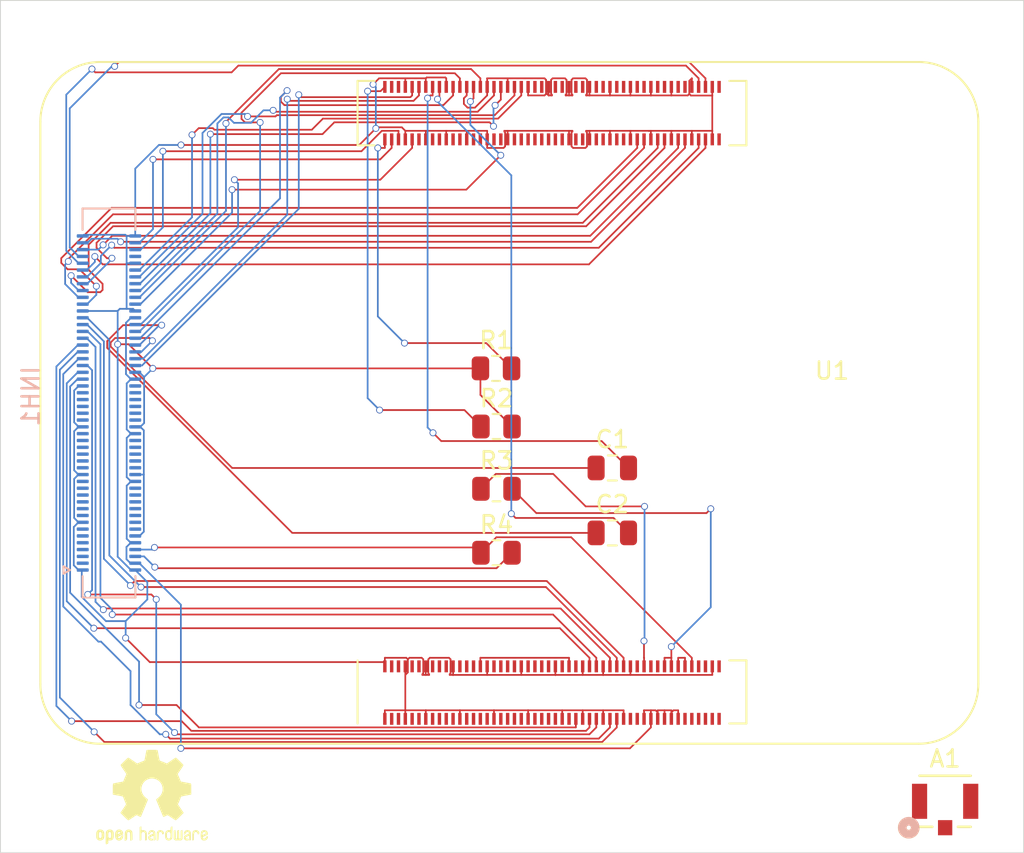
<source format=kicad_pcb>
(kicad_pcb (version 20241229) (generator "pcbnew") (generator_version "9.0")
  (layers (0 "F.Cu" signal) (2 "B.Cu" signal) (13 "F.Paste" user) (15 "B.Paste" user) (5 "F.SilkS" user "F.Silkscreen") (7 "B.SilkS" user "B.Silkscreen") (1 "F.Mask" user) (3 "B.Mask" user) (25 "Edge.Cuts" user))
  (net 0 "")
  (net 1 "PCIE - RX-P")
  (net 2 "Net-(U1B-PCIe_RX_P)")
  (net 3 "PCIE - RX-N")
  (net 4 "Net-(U1B-PCIe_RX_N)")
  (net 5 "SD - D4")
  (net 6 "GND")
  (net 9 "+5V")
  (net 11 "SD - CMD")
  (net 13 "DSI2 - CLK-N")
  (net 14 "CAM - D1-N")
  (net 15 "Reset Pin")
  (net 20 "CAM - CLK-N")
  (net 21 "PCIE - CLK-P")
  (net 23 "DSI2 - D1-N")
  (net 24 "SD - D1")
  (net 25 "DSI2 - D1-P")
  (net 27 "DSI2 - D0-P")
  (net 28 "SD - D7")
  (net 29 "PCIE - CLK-N")
  (net 30 "CAM - D0-P")
  (net 32 "PCIE - RESET")
  (net 33 "PCIE - TX-P")
  (net 37 "DSI2 - D2-P")
  (net 38 "USB - D-N")
  (net 41 "USB - D-P")
  (net 42 "SD - D6")
  (net 44 "CAM - D0-N")
  (net 45 "SD - D3")
  (net 46 "DSI2 - D3-P")
  (net 47 "CAM - D1-P")
  (net 49 "SD - D0")
  (net 51 "DSI2 - D3-N")
  (net 52 "PCIE - TX-N")
  (net 54 "DSI2 - D2-N")
  (net 56 "SD - D5")
  (net 62 "SD - CLK")
  (net 64 "DSI2 - CLK-P")
  (net 67 "PI - Status")
  (net 70 "CAM - CLK-P")
  (net 72 "DSI2 - D0-N")
  (net 76 "SD - D2")
  (net 77 "USB - OTG-ID")
  (net 84 "Net-(U1B-USB_OTG_ID)")
  (net 85 "Net-(U1B-~{PCIe_CLK_nREQ})")
  (net 86 "Net-(U1A-GPIO_VREF)")
  (net 87 "+3.3V")
  (net 88 "GPIO - 20")
  (net 91 "GPIO - 8")
  (net 92 "CAM2 - D0-N")
  (net 93 "I2C - SCL")
  (net 95 "HDMI2 - TX0-P")
  (net 96 "HDMI - Hot Plug")
  (net 99 "HDMI - TX1-P")
  (net 100 "GPIO - 25")
  (net 101 "SD - VDD")
  (net 102 "HDMI - TX1-N")
  (net 103 "GPIO - 11")
  (net 104 "GPIO - 24")
  (net 105 "GPIO - 18")
  (net 106 "GPIO - 14")
  (net 107 "/test pin")
  (net 108 "HDMI - SCL")
  (net 110 "GPIO - 19")
  (net 111 "HDMI - CLK-N")
  (net 112 "GPIO - 3")
  (net 114 "HDMI2 - TX2-N")
  (net 117 "HDMI2 - TX2-P")
  (net 118 "HDMI - TX0-N")
  (net 119 "HDMI2 - CLK-N")
  (net 121 "GPIO - 21")
  (net 123 "HDMI2 - TX1-P")
  (net 125 "CAM2 - D2-N")
  (net 129 "GPIO - 7")
  (net 130 "GPIO - 22")
  (net 131 "GPIO - 13")
  (net 132 "GPIO - 2")
  (net 133 "CAM2 - CLK-P")
  (net 134 "SD - PWR")
  (net 135 "HDMI - TX2-N")
  (net 138 "HDMI2 - SCL")
  (net 139 "HDMI2 - SDA")
  (net 140 "GPIO - 27")
  (net 141 "CAM2 - D3-N")
  (net 142 "CAM2 - D3-P")
  (net 143 "DSI - CLK-P")
  (net 144 "DSI - D1-N")
  (net 145 "GPIO - 4")
  (net 148 "GPIO - 15")
  (net 149 "HDMI - SDA")
  (net 150 "HDMI - TX2-P")
  (net 154 "I2C - SDA")
  (net 155 "DSI - D0-N")
  (net 156 "GPIO - 5")
  (net 157 "HDMI2 - TX0-N")
  (net 158 "GPIO - 9")
  (net 159 "HDMI2 - TX1-N")
  (net 160 "+1V8")
  (net 162 "CAM2 - CLK-N")
  (net 163 "HDMI - CLK-P")
  (net 164 "HDMI2 - CLK-P")
  (net 165 "CAM2 - D0-P")
  (net 166 "GPIO - 16")
  (net 167 "GPIO - 26")
  (net 168 "CAM2 - D2-P")
  (net 169 "DSI - D0-P")
  (net 170 "CAM2 - D1-P")
  (net 171 "GPIO - 10")
  (net 172 "HDMI - CEC")
  (net 173 "HDMI2 - CEC")
  (net 174 "HDMI2 - Hot Plug")
  (net 177 "GPIO - 23")
  (net 178 "PI_LED - PWR")
  (net 179 "HDMI - TX0-P")
  (net 181 "CAM2 - D1-N")
  (net 182 "PI_LED - ACT")
  (net 183 "GPIO - 12")
  (net 184 "GPIO - 17")
  (net 186 "DSI - CLK-N")
  (net 187 "DSI - D1-P")
  (footprint "Resistor_SMD:R_0805_2012Metric" (layer "F.Cu") (at 204.0935 84.476)
    (property "Reference" "R4")
    (property "Value" "220" (hide yes))
  )
  (footprint "Resistor_SMD:R_0805_2012Metric" (layer "F.Cu") (at 204.0655 73.66)
    (property "Reference" "R1")
    (property "Value" "10k" (hide yes))
  )
  (footprint "Resistor_SMD:R_0805_2012Metric" (layer "F.Cu") (at 204.0935 80.724)
    (property "Reference" "R3")
    (property "Value" "0")
  )
  (footprint "Capacitor_SMD:C_0805_2012Metric" (layer "F.Cu") (at 210.886 79.502)
    (property "Reference" "C1")
    (property "Value" "0.1uF" (hide yes))
  )
  (footprint "SPIRIT-footprints:Raspberry-Pi-4-Compute-Module" (layer "F.Cu") (at 228.848 92.182 90)
    (property "Reference" "U1")
    (property "Value" "Compute_Module_4_Connectors")
  )
  (footprint "U_FL_R_SMT_1_10:CONN1_UFL-R_HIR" (layer "F.Cu") (at 230.402 99.06)
    (property "Reference" "A1")
    (property "Value" "U.FL-Conn" (hide yes))
  )
  (footprint "Resistor_SMD:R_0805_2012Metric" (layer "F.Cu") (at 204.0935 77.07)
    (property "Reference" "R2")
    (property "Value" "10k" (hide yes))
  )
  (footprint "Capacitor_SMD:C_0805_2012Metric" (layer "F.Cu") (at 210.886 83.312)
    (property "Reference" "C2")
    (property "Value" "0.1uF" (hide yes))
  )
  (footprint "Symbol:OSHW-Logo2_7.3x6mm_SilkScreen" (layer "F.Cu") (at 183.896 98.806)
    (property "Reference" "REF**" (hide yes))
    (property "Value" "OSHW-Logo2_7.3x6mm_SilkScreen" (hide yes))
  )
  (footprint "Connector_Hirose_DF40:Hirose_DF40C-100DS-0.4V_2x50_P0.4mm" (layer "B.Cu") (at 181.372 75.69 90)
    (property "Reference" "INH1")
    (property "Value" "DF40C-100DS-0.4V")
  )
  (gr_rect (start 175.006 52.07) (end 235.006 102.07) (stroke (width 0.05)) (fill no) (layer "Edge.Cuts"))
  (segment (start 209.936 79.502) (end 188.5948 79.502) (width 0.1) (layer "F.Cu") (net 1))
  (segment (start 181.4691 72.3763) (end 181.4691 72.1399) (width 0.1) (layer "F.Cu") (net 1))
  (segment (start 183.7524 71.8758) (end 183.9163 72.0397) (width 0.1) (layer "F.Cu") (net 1))
  (segment (start 181.7332 71.8758) (end 183.7524 71.8758) (width 0.1) (layer "F.Cu") (net 1))
  (segment (start 181.4691 72.1399) (end 181.7332 71.8758) (width 0.1) (layer "F.Cu") (net 1))
  (segment (start 188.5948 79.502) (end 181.4691 72.3763) (width 0.1) (layer "F.Cu") (net 1))
  (via (at 183.9163 72.0397) (size 0.4) (drill 0.3) (layers "F.Cu" "B.Cu") (net 1))
  (segment (start 183.266 72.69) (end 183.9163 72.0397) (width 0.1) (layer "B.Cu") (net 1))
  (segment (start 182.912 72.69) (end 183.266 72.69) (width 0.1) (layer "B.Cu") (net 1))
  (segment (start 200.348 57.142) (end 200.348 57.6437) (width 0.1) (layer "F.Cu") (net 2))
  (segment (start 200.2132 57.6437) (end 200.0546 57.8023) (width 0.1) (layer "F.Cu") (net 2))
  (segment (start 200.3702 77.4399) (end 200.8535 77.9232) (width 0.1) (layer "F.Cu") (net 2))
  (segment (start 200.348 57.6437) (end 200.2132 57.6437) (width 0.1) (layer "F.Cu") (net 2))
  (segment (start 210.2572 77.9232) (end 211.836 79.502) (width 0.1) (layer "F.Cu") (net 2))
  (segment (start 200.8535 77.9232) (end 210.2572 77.9232) (width 0.1) (layer "F.Cu") (net 2))
  (via (at 200.0546 57.8023) (size 0.4) (drill 0.3) (layers "F.Cu" "B.Cu") (net 2))
  (via (at 200.3702 77.4399) (size 0.4) (drill 0.3) (layers "F.Cu" "B.Cu") (net 2))
  (segment (start 200.3702 77.4399) (end 200.0546 77.1243) (width 0.1) (layer "B.Cu") (net 2))
  (segment (start 200.0546 77.1243) (end 200.0546 57.8023) (width 0.1) (layer "B.Cu") (net 2))
  (segment (start 182.2019 71.1219) (end 184.4607 71.1219) (width 0.1) (layer "F.Cu") (net 3))
  (segment (start 209.936 83.312) (end 192.1196 83.312) (width 0.1) (layer "F.Cu") (net 3))
  (segment (start 181.2674 72.0564) (end 182.2019 71.1219) (width 0.1) (layer "F.Cu") (net 3))
  (segment (start 192.1196 83.312) (end 181.2674 72.4598) (width 0.1) (layer "F.Cu") (net 3))
  (segment (start 181.2674 72.4598) (end 181.2674 72.0564) (width 0.1) (layer "F.Cu") (net 3))
  (via (at 184.4607 71.1219) (size 0.4) (drill 0.3) (layers "F.Cu" "B.Cu") (net 3))
  (segment (start 183.1564 72.29) (end 184.3245 71.1219) (width 0.1) (layer "B.Cu") (net 3))
  (segment (start 182.912 72.29) (end 183.1564 72.29) (width 0.1) (layer "B.Cu") (net 3))
  (segment (start 184.3245 71.1219) (end 184.4607 71.1219) (width 0.1) (layer "B.Cu") (net 3))
  (segment (start 211.836 83.312) (end 210.9583 82.4343) (width 0.1) (layer "F.Cu") (net 4))
  (segment (start 200.748 57.142) (end 200.748 57.829) (width 0.1) (layer "F.Cu") (net 4))
  (segment (start 200.748 57.829) (end 200.6384 57.9386) (width 0.1) (layer "F.Cu") (net 4))
  (segment (start 200.6384 57.9386) (end 200.6384 57.8629) (width 0.1) (layer "F.Cu") (net 4))
  (segment (start 205.2124 82.4343) (end 204.9643 82.1862) (width 0.1) (layer "F.Cu") (net 4))
  (segment (start 210.9583 82.4343) (end 205.2124 82.4343) (width 0.1) (layer "F.Cu") (net 4))
  (via (at 200.6384 57.8629) (size 0.4) (drill 0.3) (layers "F.Cu" "B.Cu") (net 4))
  (via (at 204.9643 82.1862) (size 0.4) (drill 0.3) (layers "F.Cu" "B.Cu") (net 4))
  (segment (start 204.9643 82.1862) (end 204.9643 62.3357) (width 0.1) (layer "B.Cu") (net 4))
  (segment (start 204.9643 62.3357) (end 200.6384 58.0098) (width 0.1) (layer "B.Cu") (net 4))
  (segment (start 200.6384 58.0098) (end 200.6384 57.8629) (width 0.1) (layer "B.Cu") (net 4))
  (segment (start 181.109 87.7455) (end 181.0406 87.8139) (width 0.1) (layer "F.Cu") (net 5))
  (segment (start 207.8532 87.7455) (end 181.109 87.7455) (width 0.1) (layer "F.Cu") (net 5))
  (segment (start 210.748 90.6403) (end 207.8532 87.7455) (width 0.1) (layer "F.Cu") (net 5))
  (segment (start 210.748 91.142) (end 210.748 90.6403) (width 0.1) (layer "F.Cu") (net 5))
  (via (at 181.0406 87.8139) (size 0.4) (drill 0.3) (layers "F.Cu" "B.Cu") (net 5))
  (segment (start 180.5817 72.4042) (end 180.0675 71.89) (width 0.1) (layer "B.Cu") (net 5))
  (segment (start 181.0406 87.8139) (end 180.5817 87.355) (width 0.1) (layer "B.Cu") (net 5))
  (segment (start 180.0675 71.89) (end 179.832 71.89) (width 0.1) (layer "B.Cu") (net 5))
  (segment (start 180.5817 87.355) (end 180.5817 72.4042) (width 0.1) (layer "B.Cu") (net 5))
  (segment (start 197.548 91.142) (end 197.548 90.8911) (width 0.1) (layer "F.Cu") (net 6))
  (segment (start 213.1465 57.6437) (end 211.948 57.6437) (width 0.1) (layer "F.Cu") (net 6))
  (segment (start 202.348 59.7218) (end 202.3495 59.7203) (width 0.1) (layer "F.Cu") (net 6))
  (segment (start 197.0195 59.5776) (end 197.0828 59.5143) (width 0.1) (layer "F.Cu") (net 6))
  (segment (start 201.948 93.7218) (end 201.948 93.7203) (width 0.1) (layer "F.Cu") (net 6))
  (segment (start 198.748 57.142) (end 198.748 56.6911) (width 0.1) (layer "F.Cu") (net 6))
  (segment (start 198.7495 59.7203) (end 199.9465 59.7203) (width 0.1) (layer "F.Cu") (net 6))
  (segment (start 198.8963 91.4954) (end 198.8963 90.7292) (width 0.1) (layer "F.Cu") (net 6))
  (segment (start 201.548 91.6422) (end 201.548 91.6437) (width 0.1) (layer "F.Cu") (net 6))
  (segment (start 216.748 57.6496) (end 215.4945 57.6496) (width 0.1) (layer "F.Cu") (net 6))
  (segment (start 208.5425 59.7218) (end 208.5425 59.763) (width 0.1) (layer "F.Cu") (net 6))
  (segment (start 199.7535 91.601) (end 199.7997 91.5548) (width 0.1) (layer "F.Cu") (net 6))
  (segment (start 213.148 60.222) (end 213.148 59.7203) (width 0.1) (layer "F.Cu") (net 6))
  (segment (start 198.7465 93.7203) (end 198.748 93.7218) (width 0.1) (layer "F.Cu") (net 6))
  (segment (start 209.3997 60.6348) (end 209.3997 59.8092) (width 0.1) (layer "F.Cu") (net 6))
  (segment (start 210.348 94.222) (end 210.348 93.8961) (width 0.1) (layer "F.Cu") (net 6))
  (segment (start 199.9983 56.5907) (end 201.0969 56.5907) (width 0.1) (layer "F.Cu") (net 6))
  (segment (start 210.748 57.6437) (end 209.5495 57.6437) (width 0.1) (layer "F.Cu") (net 6))
  (segment (start 201.3997 91.5548) (end 201.3997 90.7292) (width 0.1) (layer "F.Cu") (net 6))
  (segment (start 211.948 60.222) (end 211.948 59.7203) (width 0.1) (layer "F.Cu") (net 6))
  (segment (start 207.548 91.6437) (end 209.148 91.6437) (width 0.1) (layer "F.Cu") (net 6))
  (segment (start 207.3425 57.6422) (end 207.341 57.6437) (width 0.1) (layer "F.Cu") (net 6))
  (segment (start 204.555 59.7203) (end 204.748 59.7203) (width 0.1) (layer "F.Cu") (net 6))
  (segment (start 205.948 57.142) (end 205.948 57.6437) (width 0.1) (layer "F.Cu") (net 6))
  (segment (start 216.748 57.6496) (end 216.748 59.7203) (width 0.1) (layer "F.Cu") (net 6))
  (segment (start 215.3108 57.6437) (end 215.3997 57.5548) (width 0.1) (layer "F.Cu") (net 6))
  (segment (start 204.5108 60.7237) (end 204.5997 60.6348) (width 0.1) (layer "F.Cu") (net 6))
  (segment (start 197.2109 56.6403) (end 196.858 56.9932) (width 0.1) (layer "F.Cu") (net 6))
  (segment (start 208.5425 57.601) (end 208.5425 57.6422) (width 0.1) (layer "F.Cu") (net 6))
  (segment (start 204.748 59.7711) (end 204.748 59.7218) (width 0.1) (layer "F.Cu") (net 6))
  (segment (start 204.5997 60.6348) (end 204.5997 59.8092) (width 0.1) (layer "F.Cu") (net 6))
  (segment (start 182.5217 72.2426) (end 183.9391 73.66) (width 0.1) (layer "F.Cu") (net 6))
  (segment (start 206.9997 57.5548) (end 206.9997 56.7292) (width 0.1) (layer "F.Cu") (net 6))
  (segment (start 202.348 60.222) (end 202.348 59.722) (width 0.1) (layer "F.Cu") (net 6))
  (segment (start 207.548 91.6422) (end 207.5465 91.6437) (width 0.1) (layer "F.Cu") (net 6))
  (segment (start 209.355 57.6437) (end 209.3535 57.6422) (width 0.1) (layer "F.Cu") (net 6))
  (segment (start 199.948 93.7711) (end 199.948 93.7218) (width 0.1) (layer "F.Cu") (net 6))
  (segment (start 200.1852 90.6403) (end 200.0963 90.7292) (width 0.1) (layer "F.Cu") (net 6))
  (segment (start 205.9465 93.7203) (end 205.948 93.7218) (width 0.1) (layer "F.Cu") (net 6))
  (segment (start 210.748 57.6422) (end 210.748 57.6437) (width 0.1) (layer "F.Cu") (net 6))
  (segment (start 199.948 91.142) (end 199.948 91.6437) (width 0.1) (layer "F.Cu") (net 6))
  (segment (start 208.155 57.6437) (end 208.1535 57.6422) (width 0.1) (layer "F.Cu") (net 6))
  (segment (start 208.5425 57.6422) (end 208.541 57.6437) (width 0.1) (layer "F.Cu") (net 6))
  (segment (start 208.4963 56.7292) (end 208.4963 57.5548) (width 0.1) (layer "F.Cu") (net 6))
  (segment (start 199.9465 59.7203) (end 199.948 59.7218) (width 0.1) (layer "F.Cu") (net 6))
  (segment (start 200.141 91.6437) (end 199.948 91.6437) (width 0.1) (layer "F.Cu") (net 6))
  (segment (start 199.948 91.6437) (end 199.755 91.6437) (width 0.1) (layer "F.Cu") (net 6))
  (segment (start 198.748 56.6403) (end 199.948 56.6403) (width 0.1) (layer "F.Cu") (net 6))
  (segment (start 209.548 60.222) (end 209.548 59.7218) (width 0.1) (layer "F.Cu") (net 6))
  (segment (start 199.9495 59.7203) (end 199.948 59.7218) (width 0.1) (layer "F.Cu") (net 6))
  (segment (start 208.348 57.142) (end 208.348 57.6437) (width 0.1) (layer "F.Cu") (net 6))
  (segment (start 198.8963 90.7292) (end 198.8074 90.6403) (width 0.1) (layer "F.Cu") (net 6))
  (segment (start 199.7997 91.5548) (end 199.7997 90.7292) (width 0.1) (layer "F.Cu") (net 6))
  (segment (start 203.548 91.142) (end 203.548 91.6437) (width 0.1) (layer "F.Cu") (net 6))
  (segment (start 207.948 94.222) (end 207.948 93.7203) (width 0.1) (layer "F.Cu") (net 6))
  (segment (start 209.3535 57.601) (end 209.3997 57.5548) (width 0.1) (layer "F.Cu") (net 6))
  (segment (start 211.9465 57.6437) (end 211.948 57.6422) (width 0.1) (layer "F.Cu") (net 6))
  (segment (start 199.948 56.642) (end 199.948 56.6418) (width 0.1) (layer "F.Cu") (net 6))
  (segment (start 204.748 60.222) (end 204.748 59.7711) (width 0.1) (layer "F.Cu") (net 6))
  (segment (start 201.5495 91.6437) (end 201.548 91.6422) (width 0.1) (layer "F.Cu") (net 6))
  (segment (start 200.1425 91.601) (end 200.1425 91.6422) (width 0.1) (layer "F.Cu") (net 6))
  (segment (start 208.3465 59.7203) (end 208.348 59.7218) (width 0.1) (layer "F.Cu") (net 6))
  (segment (start 214.348 57.6422) (end 214.348 57.142) (width 0.1) (layer "F.Cu") (net 6))
  (segment (start 203.548 57.142) (end 203.548 57.6437) (width 0.1) (layer "F.Cu") (net 6))
  (segment (start 215.4945 57.6496) (end 215.3997 57.5548) (width 0.1) (layer "F.Cu") (net 6))
  (segment (start 204.748 57.142) (end 204.748 56.6403) (width 0.1) (layer "F.Cu") (net 6))
  (segment (start 199.755 91.6437) (end 199.7535 91.6422) (width 0.1) (layer "F.Cu") (net 6))
  (segment (start 204.748 59.7218) (end 204.7495 59.7203) (width 0.1) (layer "F.Cu") (net 6))
  (segment (start 210.348 93.8961) (end 210.348 93.7203) (width 0.1) (layer "F.Cu") (net 6))
  (segment (start 199.948 56.641) (end 199.948 56.6403) (width 0.1) (layer "F.Cu") (net 6))
  (segment (start 208.1535 57.6422) (end 208.1535 57.601) (width 0.1) (layer "F.Cu") (net 6))
  (segment (start 207.3425 57.601) (end 207.3425 57.6422) (width 0.1) (layer "F.Cu") (net 6))
  (segment (start 208.1997 57.5548) (end 208.1997 56.7292) (width 0.1) (layer "F.Cu") (net 6))
  (segment (start 208.1535 57.601) (end 208.1997 57.5548) (width 0.1) (layer "F.Cu") (net 6))
  (segment (start 198.748 59.7218) (end 198.7495 59.7203) (width 0.1) (layer "F.Cu") (net 6))
  (segment (start 200.0963 91.5548) (end 200.1425 91.601) (width 0.1) (layer "F.Cu") (net 6))
  (segment (start 211.948 91.142) (end 211.948 91.6437) (width 0.1) (layer "F.Cu") (net 6))
  (segment (start 199.948 56.6418) (end 199.948 56.641) (width 0.1) (layer "F.Cu") (net 6))
  (segment (start 198.748 91.142) (end 198.748 91.6437) (width 0.1) (layer "F.Cu") (net 6))
  (segment (start 203.548 56.6418) (end 203.548 56.6403) (width 0.1) (layer "F.Cu") (net 6))
  (segment (start 198.8074 90.6403) (end 197.548 90.6403) (width 0.1) (layer "F.Cu") (net 6))
  (segment (start 208.5852 60.7237) (end 209.3108 60.7237) (width 0.1) (layer "F.Cu") (net 6))
  (segment (start 210.748 59.7203) (end 209.5495 59.7203) (width 0.1) (layer "F.Cu") (net 6))
  (segment (start 205.548 91.142) (end 205.548 91.6437) (width 0.1) (layer "F.Cu") (net 6))
  (segment (start 198.748 59.7711) (end 198.748 59.7218) (width 0.1) (layer "F.Cu") (net 6))
  (segment (start 205.948 57.6437) (end 206.9108 57.6437) (width 0.1) (layer "F.Cu") (net 6))
  (segment (start 197.548 93.7203) (end 198.7465 93.7203) (width 0.1) (layer "F.Cu") (net 6))
  (segment (start 209.548 57.6422) (end 209.548 57.6437) (width 0.1) (layer "F.Cu") (net 6))
  (segment (start 207.948 93.7203) (end 209.148 93.7203) (width 0.1) (layer "F.Cu") (net 6))
  (segment (start 204.5535 59.7218) (end 204.555 59.7203) (width 0.1) (layer "F.Cu") (net 6))
  (segment (start 216.748 91.6437) (end 211.948 91.6437) (width 0.1) (layer "F.Cu") (net 6))
  (segment (start 210.348 91.642) (end 210.348 91.6422) (width 0.1) (layer "F.Cu") (net 6))
  (segment (start 199.948 94.222) (end 199.948 93.7711) (width 0.1) (layer "F.Cu") (net 6))
  (segment (start 199.948 93.7218) (end 199.948 93.7203) (width 0.1) (layer "F.Cu") (net 6))
  (segment (start 210.3495 91.6437) (end 211.948 91.6437) (width 0.1) (layer "F.Cu") (net 6))
  (segment (start 203.548 60.222) (end 203.548 59.7203) (width 0.1) (layer "F.Cu") (net 6))
  (segment (start 213.0169 59.7203) (end 214.348 59.7203) (width 0.1) (layer "F.Cu") (net 6))
  (segment (start 207.2963 56.7292) (end 207.2963 57.5548) (width 0.1) (layer "F.Cu") (net 6))
  (segment (start 201.148 59.722) (end 201.1463 59.7203) (width 0.1) (layer "F.Cu") (net 6))
  (segment (start 210.348 93.7203) (end 209.148 93.7203) (width 0.1) (layer "F.Cu") (net 6))
  (segment (start 206.9108 57.6437) (end 206.9997 57.5548) (width 0.1) (layer "F.Cu") (net 6))
  (segment (start 210.348 93.7203) (end 211.548 93.7203) (width 0.1) (layer "F.Cu") (net 6))
  (segment (start 215.548 57.142) (end 215.548 56.6911) (width 0.1) (layer "F.Cu") (net 6))
  (segment (start 215.548 59.7218) (end 215.548 59.7203) (width 0.1) (layer "F.Cu") (net 6))
  (segment (start 215.3997 56.7886) (end 215.548 56.6403) (width 0.1) (layer "F.Cu") (net 6))
  (segment (start 203.548 57.142) (end 203.548 56.642) (width 0.1) (layer "F.Cu") (net 6))
  (segment (start 216.748 59.7203) (end 215.548 59.7203) (width 0.1) (layer "F.Cu") (net 6))
  (segment (start 209.548 57.6437) (end 209.355 57.6437) (width 0.1) (layer "F.Cu") (net 6))
  (segment (start 210.7495 57.6437) (end 211.9465 57.6437) (width 0.1) (layer "F.Cu") (net 6))
  (segment (start 211.548 94.222) (end 211.548 93.7203) (width 0.1) (layer "F.Cu") (net 6))
  (segment (start 214.348 59.7203) (end 215.5465 59.7203) (width 0.1) (layer "F.Cu") (net 6))
  (segment (start 201.1497 59.7203) (end 202.348 59.7203) (width 0.1) (layer "F.Cu") (net 6))
  (segment (start 208.348 57.6437) (end 208.155 57.6437) (width 0.1) (layer "F.Cu") (net 6))
  (segment (start 209.3108 60.7237) (end 209.3997 60.6348) (width 0.1) (layer "F.Cu") (net 6))
  (segment (start 211.948 59.7203) (end 213.0169 59.7203) (width 0.1) (layer "F.Cu") (net 6))
  (segment (start 209.3997 59.8092) (end 209.3535 59.763) (width 0.1) (layer "F.Cu") (net 6))
  (segment (start 203.548 91.6437) (end 201.5495 91.6437) (width 0.1) (layer "F.Cu") (net 6))
  (segment (start 204.748 56.6403) (end 203.548 56.6403) (width 0.1) (layer "F.Cu") (net 6))
  (segment (start 207.548 91.642) (end 207.548 91.6422) (width 0.1) (layer "F.Cu") (net 6))
  (segment (start 183.9391 73.66) (end 203.153 73.66) (width 0.1) (layer "F.Cu") (net 6))
  (segment (start 183.7623 90.8911) (end 182.3487 89.4775) (width 0.1) (layer "F.Cu") (net 6))
  (segment (start 198.9852 90.6403) (end 198.8963 90.7292) (width 0.1) (layer "F.Cu") (net 6))
  (segment (start 201.3535 91.601) (end 201.3997 91.5548) (width 0.1) (layer "F.Cu") (net 6))
  (segment (start 210.348 91.142) (end 210.348 91.642) (width 0.1) (layer "F.Cu") (net 6))
  (segment (start 207.0606 57.5548) (end 206.9997 57.5548) (width 0.1) (layer "F.Cu") (net 6))
  (segment (start 205.948 93.7218) (end 205.948 93.7203) (width 0.1) (layer "F.Cu") (net 6))
  (segment (start 210.748 57.6422) (end 210.7495 57.6437) (width 0.1) (layer "F.Cu") (net 6))
  (segment (start 207.148 57.6422) (end 207.148 57.6437) (width 0.1) (layer "F.Cu") (net 6))
  (segment (start 208.348 60.222) (end 208.348 59.7218) (width 0.1) (layer "F.Cu") (net 6))
  (segment (start 198.748 94.222) (end 198.748 93.7218) (width 0.1) (layer "F.Cu") (net 6))
  (segment (start 207.148 57.6422) (end 207.0606 57.5548) (width 0.1) (layer "F.Cu") (net 6))
  (segment (start 198.748 93.7218) (end 198.748 93.7203) (width 0.1) (layer "F.Cu") (net 6))
  (segment (start 213.148 57.142) (end 213.148 57.642) (width 0.1) (layer "F.Cu") (net 6))
  (segment (start 215.548 56.6418) (end 215.548 56.6403) (width 0.1) (layer "F.Cu") (net 6))
  (segment (start 202.4005 58.3621) (end 202.8296 58.3621) (width 0.1) (layer "F.Cu") (net 6))
  (segment (start 214.348 60.222) (end 214.348 59.7203) (width 0.1) (layer "F.Cu") (net 6))
  (segment (start 199.7535 91.6422) (end 199.7535 91.601) (width 0.1) (layer "F.Cu") (net 6))
  (segment (start 185.5953 60.5514) (end 196.0457 60.5514) (width 0.1) (layer "F.Cu") (net 6))
  (segment (start 207.548 91.6422) (end 207.548 91.6437) (width 0.1) (layer "F.Cu") (net 6))
  (segment (start 201.3535 91.6422) (end 201.3535 91.601) (width 0.1) (layer "F.Cu") (net 6))
  (segment (start 198.748 91.6437) (end 198.8963 91.4954) (width 0.1) (layer "F.Cu") (net 6))
  (segment (start 202.348 59.7218) (end 202.348 59.7203) (width 0.1) (layer "F.Cu") (net 6))
  (segment (start 199.948 57.142) (end 199.948 56.642) (width 0.1) (layer "F.Cu") (net 6))
  (segment (start 209.148 94.222) (end 209.148 93.7203) (width 0.1) (layer "F.Cu") (net 6))
  (segment (start 197.548 90.8911) (end 197.548 90.6403) (width 0.1) (layer "F.Cu") (net 6))
  (segment (start 201.948 93.7203) (end 203.9465 93.7203) (width 0.1) (layer "F.Cu") (net 6))
  (segment (start 201.9465 93.7203) (end 201.948 93.7218) (width 0.1) (layer "F.Cu") (net 6))
  (segment (start 210.748 60.222) (end 210.748 59.7203) (width 0.1) (layer "F.Cu") (net 6))
  (segment (start 202.348 57.142) (end 202.348 57.6437) (width 0.1) (layer "F.Cu") (net 6))
  (segment (start 207.548 91.142) (end 207.548 91.642) (width 0.1) (layer "F.Cu") (net 6))
  (segment (start 201.148 59.722) (end 201.1497 59.7203) (width 0.1) (layer "F.Cu") (net 6))
  (segment (start 208.1108 56.6403) (end 207.3852 56.6403) (width 0.1) (layer "F.Cu") (net 6))
  (segment (start 208.348 59.7218) (end 208.348 59.7203) (width 0.1) (layer "F.Cu") (net 6))
  (segment (start 209.3535 59.763) (end 209.3535 59.7218) (width 0.1) (layer "F.Cu") (net 6))
  (segment (start 211.948 57.6422) (end 211.948 57.6437) (width 0.1) (layer "F.Cu") (net 6))
  (segment (start 210.348 91.6422) (end 210.3495 91.6437) (width 0.1) (layer "F.Cu") (net 6))
  (segment (start 209.3535 57.6422) (end 209.3535 57.601) (width 0.1) (layer "F.Cu") (net 6))
  (segment (start 209.3535 59.7218) (end 209.355 59.7203) (width 0.1) (layer "F.Cu") (net 6))
  (segment (start 210.748 57.142) (end 210.748 57.5928) (width 0.1) (layer "F.Cu") (net 6))
  (segment (start 203.548 56.642) (end 203.548 56.6418) (width 0.1) (layer "F.Cu") (net 6))
  (segment (start 204.5535 59.763) (end 204.5535 59.7218) (width 0.1) (layer "F.Cu") (net 6))
  (segment (start 213.148 57.6437) (end 214.348 57.6437) (width 0.1) (layer "F.Cu") (net 6))
  (segment (start 197.0828 59.5143) (end 198.542 59.5143) (width 0.1) (layer "F.Cu") (net 6))
  (segment (start 209.548 57.142) (end 209.548 57.6422) (width 0.1) (layer "F.Cu") (net 6))
  (segment (start 202.3495 59.7203) (end 203.548 59.7203) (width 0.1) (layer "F.Cu") (net 6))
  (segment (start 211.948 57.142) (end 211.948 57.6422) (width 0.1) (layer "F.Cu") (net 6))
  (segment (start 214.348 57.6422) (end 214.348 57.6437) (width 0.1) (layer "F.Cu") (net 6))
  (segment (start 199.948 93.7218) (end 199.9495 93.7203) (width 0.1) (layer "F.Cu") (net 6))
  (segment (start 206.9997 56.7292) (end 206.9108 56.6403) (width 0.1) (layer "F.Cu") (net 6))
  (segment (start 203.548 91.6437) (end 205.548 91.6437) (width 0.1) (layer "F.Cu") (net 6))
  (segment (start 201.548 91.642) (end 201.548 91.6422) (width 0.1) (layer "F.Cu") (net 6))
  (segment (start 196.0457 60.5514) (end 197.0195 59.5776) (width 0.1) (layer "F.Cu") (net 6))
  (segment (start 202.1817 58.1433) (end 202.4005 58.3621) (width 0.1) (layer "F.Cu") (net 6))
  (segment (start 213.148 57.6422) (end 213.148 57.6437) (width 0.1) (layer "F.Cu") (net 6))
  (segment (start 199.7997 90.7292) (end 199.7108 90.6403) (width 0.1) (layer "F.Cu") (net 6))
  (segment (start 215.5465 59.7203) (end 215.548 59.7218) (width 0.1) (layer "F.Cu") (net 6))
  (segment (start 198.542 59.5143) (end 198.748 59.7203) (width 0.1) (layer "F.Cu") (net 6))
  (segment (start 208.4963 60.6348) (end 208.5852 60.7237) (width 0.1) (layer "F.Cu") (net 6))
  (segment (start 203.948 93.7218) (end 203.948 93.7203) (width 0.1) (layer "F.Cu") (net 6))
  (segment (start 216.748 57.142) (end 216.748 57.6496) (width 0.1) (layer "F.Cu") (net 6))
  (segment (start 201.3997 90.7292) (end 201.3108 90.6403) (width 0.1) (layer "F.Cu") (net 6))
  (segment (start 201.948 94.222) (end 201.948 93.7218) (width 0.1) (layer "F.Cu") (net 6))
  (segment (start 203.153 75.217) (end 203.153 73.66) (width 0.1) (layer "F.Cu") (net 6))
  (segment (start 198.7465 56.6403) (end 197.2109 56.6403) (width 0.1) (layer "F.Cu") (net 6))
  (segment (start 198.748 59.7218) (end 198.748 59.7203) (width 0.1) (layer "F.Cu") (net 6))
  (segment (start 214.348 57.6437) (end 215.3108 57.6437) (width 0.1) (layer "F.Cu") (net 6))
  (segment (start 209.355 59.7203) (end 209.548 59.7203) (width 0.1) (layer "F.Cu") (net 6))
  (segment (start 204.7495 59.7203) (end 208.3465 59.7203) (width 0.1) (layer "F.Cu") (net 6))
  (segment (start 203.548 60.7237) (end 204.5108 60.7237) (width 0.1) (layer "F.Cu") (net 6))
  (segment (start 213.148 57.642) (end 213.148 57.6422) (width 0.1) (layer "F.Cu") (net 6))
  (segment (start 200.0963 90.7292) (end 200.0963 91.5548) (width 0.1) (layer "F.Cu") (net 6))
  (segment (start 201.148 60.222) (end 201.148 59.722) (width 0.1) (layer "F.Cu") (net 6))
  (segment (start 200.1425 91.6422) (end 200.141 91.6437) (width 0.1) (layer "F.Cu") (net 6))
  (segment (start 209.148 91.142) (end 209.148 91.6437) (width 0.1) (layer "F.Cu") (net 6))
  (segment (start 201.548 91.142) (end 201.548 91.642) (width 0.1) (layer "F.Cu") (net 6))
  (segment (start 207.148 57.5928) (end 207.148 57.6422) (width 0.1) (layer "F.Cu") (net 6))
  (segment (start 208.4963 59.8092) (end 208.4963 60.6348) (width 0.1) (layer "F.Cu") (net 6))
  (segment (start 215.548 56.6911) (end 215.548 56.6418) (width 0.1) (layer "F.Cu") (net 6))
  (segment (start 202.348 57.6437) (end 202.1817 57.81) (width 0.1) (layer "F.Cu") (net 6))
  (segment (start 207.948 93.7203) (end 205.948 93.7203) (width 0.1) (layer "F.Cu") (net 6))
  (segment (start 208.541 57.6437) (end 208.348 57.6437) (width 0.1) (layer "F.Cu") (net 6))
  (segment (start 204.5997 59.8092) (end 204.5535 59.763) (width 0.1) (layer "F.Cu") (net 6))
  (segment (start 210.348 91.6422) (end 210.348 91.6437) (width 0.1) (layer "F.Cu") (net 6))
  (segment (start 208.5852 56.6403) (end 208.4963 56.7292) (width 0.1) (layer "F.Cu") (net 6))
  (segment (start 181.8805 72.2426) (end 182.5217 72.2426) (width 0.1) (layer "F.Cu") (net 6))
  (segment (start 209.548 59.7218) (end 209.548 59.7203) (width 0.1) (layer "F.Cu") (net 6))
  (segment (start 209.3108 56.6403) (end 208.5852 56.6403) (width 0.1) (layer "F.Cu") (net 6))
  (segment (start 206.9108 56.6403) (end 204.748 56.6403) (width 0.1) (layer "F.Cu") (net 6))
  (segment (start 198.748 56.6418) (end 198.748 56.6403) (width 0.1) (layer "F.Cu") (net 6))
  (segment (start 203.948 93.7203) (end 205.9465 93.7203) (width 0.1) (layer "F.Cu") (net 6))
  (segment (start 198.748 93.7203) (end 199.948 93.7203) (width 0.1) (layer "F.Cu") (net 6))
  (segment (start 209.5495 59.7203) (end 209.548 59.7218) (width 0.1) (layer "F.Cu") (net 6))
  (segment (start 208.1997 56.7292) (end 208.1108 56.6403) (width 0.1) (layer "F.Cu") (net 6))
  (segment (start 199.7108 90.6403) (end 198.9852 90.6403) (width 0.1) (layer "F.Cu") (net 6))
  (segment (start 205.948 94.222) (end 205.948 93.7218) (width 0.1) (layer "F.Cu") (net 6))
  (segment (start 201.0969 56.5907) (end 201.148 56.6418) (width 0.1) (layer "F.Cu") (net 6))
  (segment (start 216.748 60.222) (end 216.748 59.7203) (width 0.1) (layer "F.Cu") (net 6))
  (segment (start 199.948 60.222) (end 199.948 59.7218) (width 0.1) (layer "F.Cu") (net 6))
  (segment (start 209.5495 57.6437) (end 209.548 57.6422) (width 0.1) (layer "F.Cu") (net 6))
  (segment (start 202.8296 58.3621) (end 203.548 57.6437) (width 0.1) (layer "F.Cu") (net 6))
  (segment (start 208.4963 57.5548) (end 208.5425 57.601) (width 0.1) (layer "F.Cu") (net 6))
  (segment (start 203.548 60.222) (end 203.548 60.7237) (width 0.1) (layer "F.Cu") (net 6))
  (segment (start 205.006 77.07) (end 203.153 75.217) (width 0.1) (layer "F.Cu") (net 6))
  (segment (start 201.148 57.142) (end 201.148 56.6418) (width 0.1) (layer "F.Cu") (net 6))
  (segment (start 216.748 91.142) (end 216.748 91.6437) (width 0.1) (layer "F.Cu") (net 6))
  (segment (start 198.748 56.6911) (end 198.748 56.6418) (width 0.1) (layer "F.Cu") (net 6))
  (segment (start 207.341 57.6437) (end 207.148 57.6437) (width 0.1) (layer "F.Cu") (net 6))
  (segment (start 210.748 57.5928) (end 210.748 57.6422) (width 0.1) (layer "F.Cu") (net 6))
  (segment (start 208.348 59.7203) (end 208.541 59.7203) (width 0.1) (layer "F.Cu") (net 6))
  (segment (start 210.348 91.6437) (end 209.148 91.6437) (width 0.1) (layer "F.Cu") (net 6))
  (segment (start 199.948 56.641) (end 199.9983 56.5907) (width 0.1) (layer "F.Cu") (net 6))
  (segment (start 203.948 94.222) (end 203.948 93.7218) (width 0.1) (layer "F.Cu") (net 6))
  (segment (start 213.148 59.7203) (end 213.0169 59.7203) (width 0.1) (layer "F.Cu") (net 6))
  (segment (start 207.5465 91.6437) (end 205.548 91.6437) (width 0.1) (layer "F.Cu") (net 6))
  (segment (start 201.355 91.6437) (end 201.3535 91.6422) (width 0.1) (layer "F.Cu") (net 6))
  (segment (start 197.548 90.8911) (end 183.7623 90.8911) (width 0.1) (layer "F.Cu") (net 6))
  (segment (start 215.3997 57.5548) (end 215.3997 56.7886) (width 0.1) (layer "F.Cu") (net 6))
  (segment (start 201.3108 90.6403) (end 200.1852 90.6403) (width 0.1) (layer "F.Cu") (net 6))
  (segment (start 198.748 91.6437) (end 198.748 93.7203) (width 0.1) (layer "F.Cu") (net 6))
  (segment (start 201.1463 59.7203) (end 199.9495 59.7203) (width 0.1) (layer "F.Cu") (net 6))
  (segment (start 202.348 59.722) (end 202.348 59.7218) (width 0.1) (layer "F.Cu") (net 6))
  (segment (start 207.3852 56.6403) (end 207.2963 56.7292) (width 0.1) (layer "F.Cu") (net 6))
  (segment (start 213.148 57.6422) (end 213.1465 57.6437) (width 0.1) (layer "F.Cu") (net 6))
  (segment (start 207.2963 57.5548) (end 207.3425 57.601) (width 0.1) (layer "F.Cu") (net 6))
  (segment (start 201.548 91.6437) (end 201.355 91.6437) (width 0.1) (layer "F.Cu") (net 6))
  (segment (start 198.748 60.222) (end 198.748 59.7711) (width 0.1) (layer "F.Cu") (net 6))
  (segment (start 202.1817 57.81) (end 202.1817 58.1433) (width 0.1) (layer "F.Cu") (net 6))
  (segment (start 209.3997 57.5548) (end 209.3997 56.7292) (width 0.1) (layer "F.Cu") (net 6))
  (segment (start 203.9465 93.7203) (end 203.948 93.7218) (width 0.1) (layer "F.Cu") (net 6))
  (segment (start 215.548 60.222) (end 215.548 59.7218) (width 0.1) (layer "F.Cu") (net 6))
  (segment (start 208.541 59.7203) (end 208.5425 59.7218) (width 0.1) (layer "F.Cu") (net 6))
  (segment (start 204.748 59.7218) (end 204.748 59.7203) (width 0.1) (layer "F.Cu") (net 6))
  (segment (start 197.548 94.222) (end 197.548 93.7203) (width 0.1) (layer "F.Cu") (net 6))
  (segment (start 198.748 56.6418) (end 198.7465 56.6403) (width 0.1) (layer "F.Cu") (net 6))
  (segment (start 199.9495 93.7203) (end 201.9465 93.7203) (width 0.1) (layer "F.Cu") (net 6))
  (segment (start 210.748 59.7203) (end 211.948 59.7203) (width 0.1) (layer "F.Cu") (net 6))
  (segment (start 209.3997 56.7292) (end 209.3108 56.6403) (width 0.1) (layer "F.Cu") (net 6))
  (segment (start 207.148 57.142) (end 207.148 57.5928) (width 0.1) (layer "F.Cu") (net 6))
  (segment (start 208.5425 59.763) (end 208.4963 59.8092) (width 0.1) (layer "F.Cu") (net 6))
  (via (at 196.858 56.9932) (size 0.4) (drill 0.3) (layers "F.Cu" "B.Cu") (net 6))
  (via (at 183.9391 73.66) (size 0.4) (drill 0.3) (layers "F.Cu" "B.Cu") (net 6))
  (via (at 197.0195 59.5776) (size 0.4) (drill 0.3) (layers "F.Cu" "B.Cu") (net 6))
  (via (at 182.3487 89.4775) (size 0.4) (drill 0.3) (layers "F.Cu" "B.Cu") (net 6))
  (via (at 185.5953 60.5514) (size 0.4) (drill 0.3) (layers "F.Cu" "B.Cu") (net 6))
  (via (at 181.8805 72.2426) (size 0.4) (drill 0.3) (layers "F.Cu" "B.Cu") (net 6))
  (segment (start 182.912 85.49) (end 182.6624 85.49) (width 0.1) (layer "B.Cu") (net 6))
  (segment (start 179.306 85.2094) (end 179.306 82.967) (width 0.1) (layer "B.Cu") (net 6))
  (segment (start 179.306 82.967) (end 179.583 82.69) (width 0.1) (layer "B.Cu") (net 6))
  (segment (start 183.4139 77.2948) (end 183.2091 77.09) (width 0.1) (layer "B.Cu") (net 6))
  (segment (start 179.5965 77.09) (end 179.832 77.09) (width 0.1) (layer "B.Cu") (net 6))
  (segment (start 181.8805 70.29) (end 182.0054 70.1651) (width 0.1) (layer "B.Cu") (net 6))
  (segment (start 179.832 85.49) (end 179.775 85.547) (width 0.1) (layer "B.Cu") (net 6))
  (segment (start 179.5965 74.69) (end 179.3301 74.9564) (width 0.1) (layer "B.Cu") (net 6))
  (segment (start 182.4052 65.89) (end 182.3339 65.8187) (width 0.1) (layer "B.Cu") (net 6))
  (segment (start 183.4139 79.89) (end 183.4139 77.2948) (width 0.1) (layer "B.Cu") (net 6))
  (segment (start 181.1929 88.4869) (end 182.3487 88.4869) (width 0.1) (layer "B.Cu") (net 6))
  (segment (start 183.4139 83.2391) (end 183.4139 79.89) (width 0.1) (layer "B.Cu") (net 6))
  (segment (start 181.8805 72.2426) (end 181.8805 70.29) (width 0.1) (layer "B.Cu") (net 6))
  (segment (start 179.3301 79.6387) (end 179.3301 77.3433) (width 0.1) (layer "B.Cu") (net 6))
  (segment (start 183.1556 73.89) (end 182.912 73.89) (width 0.1) (layer "B.Cu") (net 6))
  (segment (start 181.8805 84.7081) (end 181.8805 72.2426) (width 0.1) (layer "B.Cu") (net 6))
  (segment (start 182.0054 70.1651) (end 182.4052 70.1651) (width 0.1) (layer "B.Cu") (net 6))
  (segment (start 179.5834 77.09) (end 179.832 77.09) (width 0.1) (layer "B.Cu") (net 6))
  (segment (start 179.3301 80.1413) (end 179.5814 79.89) (width 0.1) (layer "B.Cu") (net 6))
  (segment (start 182.912 83.49) (end 183.163 83.49) (width 0.1) (layer "B.Cu") (net 6))
  (segment (start 182.4052 70.1651) (end 182.7871 70.1651) (width 0.1) (layer "B.Cu") (net 6))
  (segment (start 185.5953 60.5514) (end 184.2994 60.5514) (width 0.1) (layer "B.Cu") (net 6))
  (segment (start 183.4324 74.1667) (end 183.9391 73.66) (width 0.1) (layer "B.Cu") (net 6))
  (segment (start 179.3301 77.3433) (end 179.5834 77.09) (width 0.1) (layer "B.Cu") (net 6))
  (segment (start 184.2994 60.5514) (end 182.912 61.9388) (width 0.1) (layer "B.Cu") (net 6))
  (segment (start 183.2091 77.09) (end 182.912 77.09) (width 0.1) (layer "B.Cu") (net 6))
  (segment (start 183.4324 76.8667) (end 183.4324 74.1668) (width 0.1) (layer "B.Cu") (net 6))
  (segment (start 179.775 87.069) (end 181.1929 88.4869) (width 0.1) (layer "B.Cu") (net 6))
  (segment (start 179.3301 82.4371) (end 179.3301 80.1413) (width 0.1) (layer "B.Cu") (net 6))
  (segment (start 181.8805 70.29) (end 179.832 70.29) (width 0.1) (layer "B.Cu") (net 6))
  (segment (start 183.6201 87.2155) (end 182.3487 88.4869) (width 0.1) (layer "B.Cu") (net 6))
  (segment (start 179.5866 85.49) (end 179.306 85.2094) (width 0.1) (layer "B.Cu") (net 6))
  (segment (start 182.4052 67.49) (end 182.4052 65.89) (width 0.1) (layer "B.Cu") (net 6))
  (segment (start 179.832 74.69) (end 179.5965 74.69) (width 0.1) (layer "B.Cu") (net 6))
  (segment (start 179.775 85.547) (end 179.775 87.069) (width 0.1) (layer "B.Cu") (net 6))
  (segment (start 179.583 82.69) (end 179.832 82.69) (width 0.1) (layer "B.Cu") (net 6))
  (segment (start 182.3487 88.4869) (end 182.3487 89.4775) (width 0.1) (layer "B.Cu") (net 6))
  (segment (start 182.7871 70.1651) (end 182.912 70.29) (width 0.1) (layer "B.Cu") (net 6))
  (segment (start 182.912 67.49) (end 182.4052 67.49) (width 0.1) (layer "B.Cu") (net 6))
  (segment (start 179.5814 79.89) (end 179.3301 79.6387) (width 0.1) (layer "B.Cu") (net 6))
  (segment (start 182.6624 85.49) (end 181.8805 84.7081) (width 0.1) (layer "B.Cu") (net 6))
  (segment (start 182.3339 65.8187) (end 179.9033 65.8187) (width 0.1) (layer "B.Cu") (net 6))
  (segment (start 182.912 85.49) (end 183.6201 86.1981) (width 0.1) (layer "B.Cu") (net 6))
  (segment (start 179.3301 76.8236) (end 179.5965 77.09) (width 0.1) (layer "B.Cu") (net 6))
  (segment (start 182.912 61.9388) (end 182.912 65.89) (width 0.1) (layer "B.Cu") (net 6))
  (segment (start 183.4324 74.1667) (end 183.1556 73.89) (width 0.1) (layer "B.Cu") (net 6))
  (segment (start 179.9033 65.8187) (end 179.832 65.89) (width 0.1) (layer "B.Cu") (net 6))
  (segment (start 183.4324 74.1668) (end 183.4324 74.1667) (width 0.1) (layer "B.Cu") (net 6))
  (segment (start 183.163 83.49) (end 183.4139 83.2391) (width 0.1) (layer "B.Cu") (net 6))
  (segment (start 197.0195 57.1547) (end 196.858 56.9932) (width 0.1) (layer "B.Cu") (net 6))
  (segment (start 182.912 65.89) (end 182.4052 65.89) (width 0.1) (layer "B.Cu") (net 6))
  (segment (start 197.0195 59.5776) (end 197.0195 57.1547) (width 0.1) (layer "B.Cu") (net 6))
  (segment (start 179.3301 74.9564) (end 179.3301 76.8236) (width 0.1) (layer "B.Cu") (net 6))
  (segment (start 182.4052 67.49) (end 182.4052 70.1651) (width 0.1) (layer "B.Cu") (net 6))
  (segment (start 179.583 82.69) (end 179.3301 82.4371) (width 0.1) (layer "B.Cu") (net 6))
  (segment (start 183.6201 86.1981) (end 183.6201 87.2155) (width 0.1) (layer "B.Cu") (net 6))
  (segment (start 183.2091 77.09) (end 183.4324 76.8667) (width 0.1) (layer "B.Cu") (net 6))
  (segment (start 179.5814 79.89) (end 179.832 79.89) (width 0.1) (layer "B.Cu") (net 6))
  (segment (start 179.832 85.49) (end 179.5866 85.49) (width 0.1) (layer "B.Cu") (net 6))
  (segment (start 183.4139 79.89) (end 182.912 79.89) (width 0.1) (layer "B.Cu") (net 6))
  (segment (start 214.4733 93.7203) (end 214.748 93.7203) (width 0.1) (layer "F.Cu") (net 9))
  (segment (start 214.348 93.9711) (end 214.348 93.8456) (width 0.1) (layer "F.Cu") (net 9))
  (segment (start 212.748 93.721) (end 212.7487 93.7203) (width 0.1) (layer "F.Cu") (net 9))
  (segment (start 213.548 94.222) (end 213.548 93.9711) (width 0.1) (layer "F.Cu") (net 9))
  (segment (start 214.348 93.8456) (end 214.4733 93.7203) (width 0.1) (layer "F.Cu") (net 9))
  (segment (start 213.148 94.222) (end 213.148 94.7237) (width 0.1) (layer "F.Cu") (net 9))
  (segment (start 213.148 94.7237) (end 211.9195 95.9522) (width 0.1) (layer "F.Cu") (net 9))
  (segment (start 213.548 93.9711) (end 213.548 93.8456) (width 0.1) (layer "F.Cu") (net 9))
  (segment (start 213.548 93.8456) (end 213.548 93.7203) (width 0.1) (layer "F.Cu") (net 9))
  (segment (start 212.7487 93.7203) (end 213.148 93.7203) (width 0.1) (layer "F.Cu") (net 9))
  (segment (start 213.4227 93.7203) (end 213.148 93.7203) (width 0.1) (layer "F.Cu") (net 9))
  (segment (start 211.9195 95.9522) (end 185.587 95.9522) (width 0.1) (layer "F.Cu") (net 9))
  (segment (start 212.748 93.7711) (end 212.748 93.7218) (width 0.1) (layer "F.Cu") (net 9))
  (segment (start 213.548 93.8456) (end 213.4227 93.7203) (width 0.1) (layer "F.Cu") (net 9))
  (segment (start 214.348 94.0965) (end 214.348 93.9711) (width 0.1) (layer "F.Cu") (net 9))
  (segment (start 213.548 93.7203) (end 213.948 93.7203) (width 0.1) (layer "F.Cu") (net 9))
  (segment (start 213.948 93.7203) (end 214.348 93.7203) (width 0.1) (layer "F.Cu") (net 9))
  (segment (start 212.748 93.7218) (end 212.748 93.721) (width 0.1) (layer "F.Cu") (net 9))
  (segment (start 212.748 94.222) (end 212.748 93.7711) (width 0.1) (layer "F.Cu") (net 9))
  (segment (start 213.148 94.0823) (end 213.148 93.7203) (width 0.1) (layer "F.Cu") (net 9))
  (segment (start 214.348 93.8456) (end 214.348 93.7203) (width 0.1) (layer "F.Cu") (net 9))
  (segment (start 214.748 94.222) (end 214.748 93.7203) (width 0.1) (layer "F.Cu") (net 9))
  (segment (start 213.948 94.222) (end 213.948 93.7203) (width 0.1) (layer "F.Cu") (net 9))
  (segment (start 213.148 94.0823) (end 213.148 94.222) (width 0.1) (layer "F.Cu") (net 9))
  (segment (start 214.348 94.0965) (end 214.348 94.222) (width 0.1) (layer "F.Cu") (net 9))
  (via (at 185.587 95.9522) (size 0.4) (drill 0.3) (layers "F.Cu" "B.Cu") (net 9))
  (segment (start 182.4101 77.2383) (end 182.4101 74.5417) (width 0.1) (layer "B.Cu") (net 9))
  (segment (start 182.4101 80.0387) (end 182.6614 80.29) (width 0.1) (layer "B.Cu") (net 9))
  (segment (start 182.6614 80.29) (end 182.4101 80.5413) (width 0.1) (layer "B.Cu") (net 9))
  (segment (start 182.4101 83.6527) (end 182.6474 83.89) (width 0.1) (layer "B.Cu") (net 9))
  (segment (start 182.6618 77.49) (end 182.4101 77.7417) (width 0.1) (layer "B.Cu") (net 9))
  (segment (start 182.4101 77.7417) (end 182.4101 80.0387) (width 0.1) (layer "B.Cu") (net 9))
  (segment (start 185.587 87.5274) (end 185.587 95.9522) (width 0.1) (layer "B.Cu") (net 9))
  (segment (start 182.3976 84.855) (end 182.6326 85.09) (width 0.1) (layer "B.Cu") (net 9))
  (segment (start 182.912 85.09) (end 183.1496 85.09) (width 0.1) (layer "B.Cu") (net 9))
  (segment (start 182.3682 73.9964) (end 182.6618 74.29) (width 0.1) (layer "B.Cu") (net 9))
  (segment (start 182.912 83.89) (end 182.6474 83.89) (width 0.1) (layer "B.Cu") (net 9))
  (segment (start 182.912 80.29) (end 182.6614 80.29) (width 0.1) (layer "B.Cu") (net 9))
  (segment (start 182.912 70.69) (end 182.6618 70.69) (width 0.1) (layer "B.Cu") (net 9))
  (segment (start 182.6474 83.89) (end 182.3976 84.1398) (width 0.1) (layer "B.Cu") (net 9))
  (segment (start 182.3976 84.1398) (end 182.3976 84.855) (width 0.1) (layer "B.Cu") (net 9))
  (segment (start 182.6618 74.29) (end 182.912 74.29) (width 0.1) (layer "B.Cu") (net 9))
  (segment (start 182.912 77.49) (end 182.6618 77.49) (width 0.1) (layer "B.Cu") (net 9))
  (segment (start 182.3682 70.9836) (end 182.3682 73.9964) (width 0.1) (layer "B.Cu") (net 9))
  (segment (start 182.4101 74.5417) (end 182.6618 74.29) (width 0.1) (layer "B.Cu") (net 9))
  (segment (start 182.6326 85.09) (end 182.912 85.09) (width 0.1) (layer "B.Cu") (net 9))
  (segment (start 182.4101 80.5413) (end 182.4101 83.6527) (width 0.1) (layer "B.Cu") (net 9))
  (segment (start 182.6618 70.69) (end 182.3682 70.9836) (width 0.1) (layer "B.Cu") (net 9))
  (segment (start 182.6618 77.49) (end 182.4101 77.2383) (width 0.1) (layer "B.Cu") (net 9))
  (segment (start 183.1496 85.09) (end 185.587 87.5274) (width 0.1) (layer "B.Cu") (net 9))
  (segment (start 209.548 91.142) (end 209.548 90.6403) (width 0.1) (layer "F.Cu") (net 11))
  (segment (start 207.8121 88.9044) (end 209.548 90.6403) (width 0.1) (layer "F.Cu") (net 11))
  (segment (start 180.482 88.9044) (end 207.8121 88.9044) (width 0.1) (layer "F.Cu") (net 11))
  (via (at 180.482 88.9044) (size 0.4) (drill 0.3) (layers "F.Cu" "B.Cu") (net 11))
  (segment (start 178.8925 74.5381) (end 178.8925 87.3149) (width 0.1) (layer "B.Cu") (net 11))
  (segment (start 178.8925 87.3149) (end 180.482 88.9044) (width 0.1) (layer "B.Cu") (net 11))
  (segment (start 179.5406 73.89) (end 178.8925 74.5381) (width 0.1) (layer "B.Cu") (net 11))
  (segment (start 179.832 73.89) (end 179.5406 73.89) (width 0.1) (layer "B.Cu") (net 11))
  (segment (start 181.5595 65.8796) (end 209.5921 65.8796) (width 0.1) (layer "F.Cu") (net 13))
  (segment (start 181.0269 66.4122) (end 181.5595 65.8796) (width 0.1) (layer "F.Cu") (net 13))
  (segment (start 209.5921 65.8796) (end 214.748 60.7237) (width 0.1) (layer "F.Cu") (net 13))
  (segment (start 214.748 60.222) (end 214.748 60.7237) (width 0.1) (layer "F.Cu") (net 13))
  (via (at 181.0269 66.4122) (size 0.4) (drill 0.3) (layers "F.Cu" "B.Cu") (net 13))
  (segment (start 179.832 66.69) (end 180.7491 66.69) (width 0.1) (layer "B.Cu") (net 13))
  (segment (start 180.7491 66.69) (end 181.0269 66.4122) (width 0.1) (layer "B.Cu") (net 13))
  (segment (start 190.9973 58.5173) (end 191.0808 58.6008) (width 0.1) (layer "F.Cu") (net 14))
  (segment (start 191.0808 58.6008) (end 202.9909 58.6008) (width 0.1) (layer "F.Cu") (net 14))
  (segment (start 203.948 57.142) (end 203.948 57.6437) (width 0.1) (layer "F.Cu") (net 14))
  (segment (start 202.9909 58.6008) (end 203.948 57.6437) (width 0.1) (layer "F.Cu") (net 14))
  (via (at 190.9973 58.5173) (size 0.4) (drill 0.3) (layers "F.Cu" "B.Cu") (net 14))
  (segment (start 190.4327 58.5173) (end 190.9973 58.5173) (width 0.1) (layer "B.Cu") (net 14))
  (segment (start 183.2093 69.09) (end 187.7267 64.5726) (width 0.1) (layer "B.Cu") (net 14))
  (segment (start 187.7267 59.294) (end 188.0865 58.9342) (width 0.1) (layer "B.Cu") (net 14))
  (segment (start 188.38 58.9342) (end 188.6985 59.2527) (width 0.1) (layer "B.Cu") (net 14))
  (segment (start 188.6985 59.2527) (end 189.6973 59.2527) (width 0.1) (layer "B.Cu") (net 14))
  (segment (start 187.7267 64.5726) (end 187.7267 59.294) (width 0.1) (layer "B.Cu") (net 14))
  (segment (start 182.912 69.09) (end 183.2093 69.09) (width 0.1) (layer "B.Cu") (net 14))
  (segment (start 188.0865 58.9342) (end 188.38 58.9342) (width 0.1) (layer "B.Cu") (net 14))
  (segment (start 189.6973 59.2527) (end 190.4327 58.5173) (width 0.1) (layer "B.Cu") (net 14))
  (segment (start 205.006 84.476) (end 204.0981 85.3839) (width 0.1) (layer "F.Cu") (net 15))
  (segment (start 204.0981 85.3839) (end 184.1225 85.3839) (width 0.1) (layer "F.Cu") (net 15))
  (segment (start 184.1225 85.3839) (end 184.0582 85.3196) (width 0.1) (layer "F.Cu") (net 15))
  (via (at 184.0582 85.3196) (size 0.4) (drill 0.3) (layers "F.Cu" "B.Cu") (net 15))
  (segment (start 183.4286 84.69) (end 182.912 84.69) (width 0.1) (layer "B.Cu") (net 15))
  (segment (start 184.0582 85.3196) (end 183.4286 84.69) (width 0.1) (layer "B.Cu") (net 15))
  (segment (start 191.2095 58.8025) (end 203.9892 58.8025) (width 0.1) (layer "F.Cu") (net 20))
  (segment (start 205.148 57.142) (end 205.148 57.6437) (width 0.1) (layer "F.Cu") (net 20))
  (segment (start 189.4988 58.8758) (end 191.1362 58.8758) (width 0.1) (layer "F.Cu") (net 20))
  (segment (start 191.1362 58.8758) (end 191.2095 58.8025) (width 0.1) (layer "F.Cu") (net 20))
  (segment (start 203.9892 58.8025) (end 205.148 57.6437) (width 0.1) (layer "F.Cu") (net 20))
  (via (at 189.4988 58.8758) (size 0.4) (drill 0.3) (layers "F.Cu" "B.Cu") (net 20))
  (segment (start 182.912 68.29) (end 183.1509 68.29) (width 0.1) (layer "B.Cu") (net 20))
  (segment (start 186.8549 59.8496) (end 187.972 58.7325) (width 0.1) (layer "B.Cu") (net 20))
  (segment (start 186.8549 64.586) (end 186.8549 59.8496) (width 0.1) (layer "B.Cu") (net 20))
  (segment (start 187.972 58.7325) (end 189.3555 58.7325) (width 0.1) (layer "B.Cu") (net 20))
  (segment (start 189.3555 58.7325) (end 189.4988 58.8758) (width 0.1) (layer "B.Cu") (net 20))
  (segment (start 183.1509 68.29) (end 186.8549 64.586) (width 0.1) (layer "B.Cu") (net 20))
  (segment (start 192.64 57.7451) (end 199.0466 57.7451) (width 0.1) (layer "F.Cu") (net 21))
  (segment (start 199.0466 57.7451) (end 199.148 57.6437) (width 0.1) (layer "F.Cu") (net 21))
  (segment (start 192.4996 57.6047) (end 192.64 57.7451) (width 0.1) (layer "F.Cu") (net 21))
  (segment (start 199.148 57.142) (end 199.148 57.6437) (width 0.1) (layer "F.Cu") (net 21))
  (via (at 192.4996 57.6047) (size 0.4) (drill 0.3) (layers "F.Cu" "B.Cu") (net 21))
  (segment (start 192.4996 64.2979) (end 183.3075 73.49) (width 0.1) (layer "B.Cu") (net 21))
  (segment (start 183.3075 73.49) (end 182.912 73.49) (width 0.1) (layer "B.Cu") (net 21))
  (segment (start 192.4996 57.6047) (end 192.4996 64.2979) (width 0.1) (layer "B.Cu") (net 21))
  (segment (start 180.1215 69.1871) (end 179.1519 68.2175) (width 0.1) (layer "F.Cu") (net 23))
  (segment (start 213.548 60.222) (end 213.548 60.7237) (width 0.1) (layer "F.Cu") (net 23))
  (segment (start 180.8641 69.1871) (end 180.1215 69.1871) (width 0.1) (layer "F.Cu") (net 23))
  (segment (start 180.9969 68.7) (end 180.9969 69.0543) (width 0.1) (layer "F.Cu") (net 23))
  (segment (start 180.9969 69.0543) (end 180.8641 69.1871) (width 0.1) (layer "F.Cu") (net 23))
  (segment (start 181.4646 65.1177) (end 180.1783 66.404) (width 0.1) (layer "F.Cu") (net 23))
  (segment (start 213.548 60.7237) (end 209.154 65.1177) (width 0.1) (layer "F.Cu") (net 23))
  (segment (start 209.154 65.1177) (end 181.4646 65.1177) (width 0.1) (layer "F.Cu") (net 23))
  (segment (start 180.1783 66.404) (end 180.1783 67.8814) (width 0.1) (layer "F.Cu") (net 23))
  (segment (start 180.1783 67.8814) (end 180.9969 68.7) (width 0.1) (layer "F.Cu") (net 23))
  (via (at 179.1519 68.2175) (size 0.4) (drill 0.3) (layers "F.Cu" "B.Cu") (net 23))
  (segment (start 179.1519 68.2175) (end 179.1519 68.6454) (width 0.1) (layer "B.Cu") (net 23))
  (segment (start 179.1519 68.6454) (end 179.5965 69.09) (width 0.1) (layer "B.Cu") (net 23))
  (segment (start 179.5965 69.09) (end 179.832 69.09) (width 0.1) (layer "B.Cu") (net 23))
  (segment (start 210.748 94.222) (end 210.748 94.7237) (width 0.1) (layer "F.Cu") (net 24))
  (segment (start 184.9497 95.3792) (end 210.0925 95.3792) (width 0.1) (layer "F.Cu") (net 24))
  (segment (start 184.7001 95.1296) (end 184.9497 95.3792) (width 0.1) (layer "F.Cu") (net 24))
  (segment (start 210.0925 95.3792) (end 210.748 94.7237) (width 0.1) (layer "F.Cu") (net 24))
  (via (at 184.7001 95.1296) (size 0.4) (drill 0.3) (layers "F.Cu" "B.Cu") (net 24))
  (segment (start 178.6908 87.6298) (end 180.752 89.691) (width 0.1) (layer "B.Cu") (net 24))
  (segment (start 180.752 89.691) (end 180.9032 89.691) (width 0.1) (layer "B.Cu") (net 24))
  (segment (start 182.6353 93.4132) (end 184.3517 95.1296) (width 0.1) (layer "B.Cu") (net 24))
  (segment (start 182.6353 91.4231) (end 182.6353 93.4132) (width 0.1) (layer "B.Cu") (net 24))
  (segment (start 184.3517 95.1296) (end 184.7001 95.1296) (width 0.1) (layer "B.Cu") (net 24))
  (segment (start 179.832 73.09) (end 179.5965 73.09) (width 0.1) (layer "B.Cu") (net 24))
  (segment (start 179.5965 73.09) (end 178.6908 73.9957) (width 0.1) (layer "B.Cu") (net 24))
  (segment (start 178.6908 73.9957) (end 178.6908 87.6298) (width 0.1) (layer "B.Cu") (net 24))
  (segment (start 180.9032 89.691) (end 182.6353 91.4231) (width 0.1) (layer "B.Cu") (net 24))
  (segment (start 181.2529 67.195) (end 180.6419 66.584) (width 0.1) (layer "F.Cu") (net 25))
  (segment (start 181.5415 67.195) (end 181.2529 67.195) (width 0.1) (layer "F.Cu") (net 25))
  (segment (start 180.6419 66.2908) (end 181.6133 65.3194) (width 0.1) (layer "F.Cu") (net 25))
  (segment (start 209.3523 65.3194) (end 213.948 60.7237) (width 0.1) (layer "F.Cu") (net 25))
  (segment (start 213.948 60.222) (end 213.948 60.7237) (width 0.1) (layer "F.Cu") (net 25))
  (segment (start 180.6419 66.584) (end 180.6419 66.2908) (width 0.1) (layer "F.Cu") (net 25))
  (segment (start 181.6133 65.3194) (end 209.3523 65.3194) (width 0.1) (layer "F.Cu") (net 25))
  (via (at 181.5415 67.195) (size 0.4) (drill 0.3) (layers "F.Cu" "B.Cu") (net 25))
  (segment (start 179.832 68.69) (end 180.0953 68.69) (width 0.1) (layer "B.Cu") (net 25))
  (segment (start 181.5415 67.2438) (end 181.5415 67.195) (width 0.1) (layer "B.Cu") (net 25))
  (segment (start 180.0953 68.69) (end 181.5415 67.2438) (width 0.1) (layer "B.Cu") (net 25))
  (segment (start 212.748 60.7237) (end 208.8511 64.6206) (width 0.1) (layer "F.Cu") (net 27))
  (segment (start 181.608 64.6206) (end 178.9881 67.2405) (width 0.1) (layer "F.Cu") (net 27))
  (segment (start 212.748 60.222) (end 212.748 60.7237) (width 0.1) (layer "F.Cu") (net 27))
  (segment (start 178.9881 67.2405) (end 178.9881 67.3832) (width 0.1) (layer "F.Cu") (net 27))
  (segment (start 208.8511 64.6206) (end 181.608 64.6206) (width 0.1) (layer "F.Cu") (net 27))
  (via (at 178.9881 67.3832) (size 0.4) (drill 0.3) (layers "F.Cu" "B.Cu") (net 27))
  (segment (start 179.832 69.49) (end 179.5793 69.49) (width 0.1) (layer "B.Cu") (net 27))
  (segment (start 178.8002 68.7109) (end 178.8002 67.5711) (width 0.1) (layer "B.Cu") (net 27))
  (segment (start 179.5793 69.49) (end 178.8002 68.7109) (width 0.1) (layer "B.Cu") (net 27))
  (segment (start 178.8002 67.5711) (end 178.9881 67.3832) (width 0.1) (layer "B.Cu") (net 27))
  (segment (start 211.148 91.142) (end 211.148 90.6403) (width 0.1) (layer "F.Cu") (net 28))
  (segment (start 206.9967 86.489) (end 211.148 90.6403) (width 0.1) (layer "F.Cu") (net 28))
  (segment (start 183.249 86.489) (end 206.9967 86.489) (width 0.1) (layer "F.Cu") (net 28))
  (via (at 183.249 86.489) (size 0.4) (drill 0.3) (layers "F.Cu" "B.Cu") (net 28))
  (segment (start 180.094 70.69) (end 181.3927 71.9887) (width 0.1) (layer "B.Cu") (net 28))
  (segment (start 179.832 70.69) (end 180.094 70.69) (width 0.1) (layer "B.Cu") (net 28))
  (segment (start 181.3927 71.9887) (end 181.3927 84.6327) (width 0.1) (layer "B.Cu") (net 28))
  (segment (start 181.3927 84.6327) (end 183.249 86.489) (width 0.1) (layer "B.Cu") (net 28))
  (segment (start 199.2283 57.9634) (end 191.9265 57.9634) (width 0.1) (layer "F.Cu") (net 29))
  (segment (start 191.9265 57.9634) (end 191.826 57.8629) (width 0.1) (layer "F.Cu") (net 29))
  (segment (start 199.548 57.142) (end 199.548 57.6437) (width 0.1) (layer "F.Cu") (net 29))
  (segment (start 199.548 57.6437) (end 199.2283 57.9634) (width 0.1) (layer "F.Cu") (net 29))
  (via (at 191.826 57.8629) (size 0.4) (drill 0.3) (layers "F.Cu" "B.Cu") (net 29))
  (segment (start 182.912 73.09) (end 183.3759 73.09) (width 0.1) (layer "B.Cu") (net 29))
  (segment (start 191.826 64.6399) (end 191.826 58.1449) (width 0.1) (layer "B.Cu") (net 29))
  (segment (start 191.826 58.1449) (end 191.826 57.8629) (width 0.1) (layer "B.Cu") (net 29))
  (segment (start 183.3759 73.09) (end 191.826 64.6399) (width 0.1) (layer "B.Cu") (net 29))
  (segment (start 203.148 56.6403) (end 202.603 56.0953) (width 0.1) (layer "F.Cu") (net 30))
  (segment (start 191.335 56.0953) (end 188.2312 59.1991) (width 0.1) (layer "F.Cu") (net 30))
  (segment (start 202.603 56.0953) (end 191.335 56.0953) (width 0.1) (layer "F.Cu") (net 30))
  (segment (start 203.148 57.142) (end 203.148 56.6403) (width 0.1) (layer "F.Cu") (net 30))
  (segment (start 188.2312 59.1991) (end 188.2312 59.2871) (width 0.1) (layer "F.Cu") (net 30))
  (via (at 188.2312 59.2871) (size 0.4) (drill 0.3) (layers "F.Cu" "B.Cu") (net 30))
  (segment (start 183.1584 69.49) (end 188.2311 64.4173) (width 0.1) (layer "B.Cu") (net 30))
  (segment (start 188.2311 59.2871) (end 188.2312 59.2871) (width 0.1) (layer "B.Cu") (net 30))
  (segment (start 182.912 69.49) (end 183.1584 69.49) (width 0.1) (layer "B.Cu") (net 30))
  (segment (start 188.2311 64.4173) (end 188.2311 59.2871) (width 0.1) (layer "B.Cu") (net 30))
  (segment (start 197.2831 62.5886) (end 188.7277 62.5886) (width 0.1) (layer "F.Cu") (net 32))
  (segment (start 199.148 60.7237) (end 197.2831 62.5886) (width 0.1) (layer "F.Cu") (net 32))
  (segment (start 199.148 60.222) (end 199.148 60.7237) (width 0.1) (layer "F.Cu") (net 32))
  (via (at 188.7277 62.5886) (size 0.4) (drill 0.3) (layers "F.Cu" "B.Cu") (net 32))
  (segment (start 188.9406 62.8015) (end 188.7277 62.5886) (width 0.1) (layer "B.Cu") (net 32))
  (segment (start 188.9406 65.3739) (end 188.9406 62.8015) (width 0.1) (layer "B.Cu") (net 32))
  (segment (start 182.912 71.09) (end 183.2245 71.09) (width 0.1) (layer "B.Cu") (net 32))
  (segment (start 183.2245 71.09) (end 188.9406 65.3739) (width 0.1) (layer "B.Cu") (net 32))
  (segment (start 191.6593 58.2147) (end 191.4509 58.0063) (width 0.1) (layer "F.Cu") (net 33))
  (segment (start 191.4509 58.0063) (end 191.4509 57.7245) (width 0.1) (layer "F.Cu") (net 33))
  (segment (start 201.548 57.142) (end 201.548 57.6437) (width 0.1) (layer "F.Cu") (net 33))
  (segment (start 200.977 58.2147) (end 191.6593 58.2147) (width 0.1) (layer "F.Cu") (net 33))
  (segment (start 201.548 57.6437) (end 200.977 58.2147) (width 0.1) (layer "F.Cu") (net 33))
  (segment (start 191.4509 57.7245) (end 191.8143 57.3611) (width 0.1) (layer "F.Cu") (net 33))
  (via (at 191.8143 57.3611) (size 0.4) (drill 0.3) (layers "F.Cu" "B.Cu") (net 33))
  (segment (start 191.401 57.7744) (end 191.401 63.6839) (width 0.1) (layer "B.Cu") (net 33))
  (segment (start 191.401 63.6839) (end 183.1949 71.89) (width 0.1) (layer "B.Cu") (net 33))
  (segment (start 191.8143 57.3611) (end 191.401 57.7744) (width 0.1) (layer "B.Cu") (net 33))
  (segment (start 183.1949 71.89) (end 182.912 71.89) (width 0.1) (layer "B.Cu") (net 33))
  (segment (start 216.348 60.222) (end 216.348 60.7237) (width 0.1) (layer "F.Cu") (net 37))
  (segment (start 209.5154 67.5563) (end 216.348 60.7237) (width 0.1) (layer "F.Cu") (net 37))
  (segment (start 181.0032 67.5563) (end 209.5154 67.5563) (width 0.1) (layer "F.Cu") (net 37))
  (segment (start 180.5424 67.0955) (end 181.0032 67.5563) (width 0.1) (layer "F.Cu") (net 37))
  (via (at 180.5424 67.0955) (size 0.4) (drill 0.3) (layers "F.Cu" "B.Cu") (net 37))
  (segment (start 180.0675 67.89) (end 179.832 67.89) (width 0.1) (layer "B.Cu") (net 37))
  (segment (start 180.5424 67.0955) (end 180.5424 67.4151) (width 0.1) (layer "B.Cu") (net 37))
  (segment (start 180.5424 67.4151) (end 180.0675 67.89) (width 0.1) (layer "B.Cu") (net 37))
  (segment (start 197.948 60.222) (end 197.948 60.7237) (width 0.1) (layer "F.Cu") (net 38))
  (segment (start 197.2757 61.396) (end 183.9521 61.396) (width 0.1) (layer "F.Cu") (net 38))
  (segment (start 197.948 60.7237) (end 197.2757 61.396) (width 0.1) (layer "F.Cu") (net 38))
  (via (at 183.9521 61.396) (size 0.4) (drill 0.3) (layers "F.Cu" "B.Cu") (net 38))
  (segment (start 183.9521 65.4854) (end 183.1475 66.29) (width 0.1) (layer "B.Cu") (net 38))
  (segment (start 183.1475 66.29) (end 182.912 66.29) (width 0.1) (layer "B.Cu") (net 38))
  (segment (start 183.9521 61.396) (end 183.9521 65.4854) (width 0.1) (layer "B.Cu") (net 38))
  (segment (start 197.3741 59.7203) (end 198.348 59.7203) (width 0.1) (layer "F.Cu") (net 41))
  (segment (start 198.348 60.222) (end 198.348 59.7203) (width 0.1) (layer "F.Cu") (net 41))
  (segment (start 196.1772 60.9172) (end 197.3741 59.7203) (width 0.1) (layer "F.Cu") (net 41))
  (segment (start 184.5324 60.9172) (end 196.1772 60.9172) (width 0.1) (layer "F.Cu") (net 41))
  (via (at 184.5324 60.9172) (size 0.4) (drill 0.3) (layers "F.Cu" "B.Cu") (net 41))
  (segment (start 183.2254 66.69) (end 182.912 66.69) (width 0.1) (layer "B.Cu") (net 41))
  (segment (start 184.5324 65.383) (end 183.2254 66.69) (width 0.1) (layer "B.Cu") (net 41))
  (segment (start 184.5324 60.9172) (end 184.5324 65.383) (width 0.1) (layer "B.Cu") (net 41))
  (segment (start 211.548 91.142) (end 211.548 90.6403) (width 0.1) (layer "F.Cu") (net 42))
  (segment (start 211.548 90.6403) (end 207.0422 86.1345) (width 0.1) (layer "F.Cu") (net 42))
  (segment (start 207.0422 86.1345) (end 182.8833 86.1345) (width 0.1) (layer "F.Cu") (net 42))
  (segment (start 182.8833 86.1345) (end 182.6286 86.3892) (width 0.1) (layer "F.Cu") (net 42))
  (segment (start 182.6286 86.3892) (end 182.6286 86.3992) (width 0.1) (layer "F.Cu") (net 42))
  (via (at 182.6286 86.3992) (size 0.4) (drill 0.3) (layers "F.Cu" "B.Cu") (net 42))
  (segment (start 180.0899 71.09) (end 179.832 71.09) (width 0.1) (layer "B.Cu") (net 42))
  (segment (start 181.0728 72.0729) (end 180.0899 71.09) (width 0.1) (layer "B.Cu") (net 42))
  (segment (start 181.0728 84.8334) (end 181.0728 72.0729) (width 0.1) (layer "B.Cu") (net 42))
  (segment (start 182.6286 86.3892) (end 181.0728 84.8334) (width 0.1) (layer "B.Cu") (net 42))
  (segment (start 182.6286 86.3892) (end 182.6286 86.3992) (width 0.1) (layer "B.Cu") (net 42))
  (segment (start 202.5627 57.9996) (end 202.748 57.8143) (width 0.1) (layer "F.Cu") (net 44))
  (segment (start 202.748 57.8143) (end 202.748 57.142) (width 0.1) (layer "F.Cu") (net 44))
  (segment (start 202.3255 63.1713) (end 204.3431 61.1537) (width 0.1) (layer "F.Cu") (net 44))
  (segment (start 188.5889 63.1713) (end 202.3255 63.1713) (width 0.1) (layer "F.Cu") (net 44))
  (via (at 202.5627 57.9996) (size 0.4) (drill 0.3) (layers "F.Cu" "B.Cu") (net 44))
  (via (at 188.5889 63.1713) (size 0.4) (drill 0.3) (layers "F.Cu" "B.Cu") (net 44))
  (via (at 204.3431 61.1537) (size 0.4) (drill 0.3) (layers "F.Cu" "B.Cu") (net 44))
  (segment (start 202.5627 59.3733) (end 202.5627 57.9996) (width 0.1) (layer "B.Cu") (net 44))
  (segment (start 183.2154 69.89) (end 188.5889 64.5165) (width 0.1) (layer "B.Cu") (net 44))
  (segment (start 204.3431 61.1537) (end 202.5627 59.3733) (width 0.1) (layer "B.Cu") (net 44))
  (segment (start 182.912 69.89) (end 183.2154 69.89) (width 0.1) (layer "B.Cu") (net 44))
  (segment (start 188.5889 64.5165) (end 188.5889 63.1713) (width 0.1) (layer "B.Cu") (net 44))
  (segment (start 186.2006 94.9254) (end 185.6315 94.3563) (width 0.1) (layer "F.Cu") (net 45))
  (segment (start 209.3463 94.9254) (end 186.2006 94.9254) (width 0.1) (layer "F.Cu") (net 45))
  (segment (start 209.548 94.7237) (end 209.3463 94.9254) (width 0.1) (layer "F.Cu") (net 45))
  (segment (start 209.548 94.222) (end 209.548 94.7237) (width 0.1) (layer "F.Cu") (net 45))
  (segment (start 185.6315 94.3563) (end 179.179 94.3563) (width 0.1) (layer "F.Cu") (net 45))
  (via (at 179.179 94.3563) (size 0.4) (drill 0.3) (layers "F.Cu" "B.Cu") (net 45))
  (segment (start 179.832 72.29) (end 179.5478 72.29) (width 0.1) (layer "B.Cu") (net 45))
  (segment (start 178.2874 73.5504) (end 178.2874 93.4647) (width 0.1) (layer "B.Cu") (net 45))
  (segment (start 178.2874 93.4647) (end 179.179 94.3563) (width 0.1) (layer "B.Cu") (net 45))
  (segment (start 179.5478 72.29) (end 178.2874 73.5504) (width 0.1) (layer "B.Cu") (net 45))
  (segment (start 216.348 57.142) (end 216.348 56.6403) (width 0.1) (layer "F.Cu") (net 46))
  (segment (start 215.3996 55.6919) (end 181.9491 55.6919) (width 0.1) (layer "F.Cu") (net 46))
  (segment (start 216.348 56.6403) (end 215.3996 55.6919) (width 0.1) (layer "F.Cu") (net 46))
  (segment (start 181.9491 55.6919) (end 181.703 55.938) (width 0.1) (layer "F.Cu") (net 46))
  (via (at 181.703 55.938) (size 0.4) (drill 0.3) (layers "F.Cu" "B.Cu") (net 46))
  (segment (start 179.832 67.09) (end 179.5965 67.09) (width 0.1) (layer "B.Cu") (net 46))
  (segment (start 179.0682 66.5617) (end 179.0682 58.4052) (width 0.1) (layer "B.Cu") (net 46))
  (segment (start 181.5354 55.938) (end 181.703 55.938) (width 0.1) (layer "B.Cu") (net 46))
  (segment (start 179.5965 67.09) (end 179.0682 66.5617) (width 0.1) (layer "B.Cu") (net 46))
  (segment (start 179.0682 58.4052) (end 181.5354 55.938) (width 0.1) (layer "B.Cu") (net 46))
  (segment (start 204.348 57.89) (end 204.0147 58.2233) (width 0.1) (layer "F.Cu") (net 47))
  (segment (start 204.348 57.142) (end 204.348 57.89) (width 0.1) (layer "F.Cu") (net 47))
  (segment (start 187.3169 59.9151) (end 193.8925 59.9151) (width 0.1) (layer "F.Cu") (net 47))
  (segment (start 203.6883 59.2219) (end 203.9189 59.4525) (width 0.1) (layer "F.Cu") (net 47))
  (segment (start 193.8925 59.9151) (end 194.5857 59.2219) (width 0.1) (layer "F.Cu") (net 47))
  (segment (start 194.5857 59.2219) (end 203.6883 59.2219) (width 0.1) (layer "F.Cu") (net 47))
  (via (at 203.9189 59.4525) (size 0.4) (drill 0.3) (layers "F.Cu" "B.Cu") (net 47))
  (via (at 204.0147 58.2233) (size 0.4) (drill 0.3) (layers "F.Cu" "B.Cu") (net 47))
  (via (at 187.3169 59.9151) (size 0.4) (drill 0.3) (layers "F.Cu" "B.Cu") (net 47))
  (segment (start 182.912 68.69) (end 183.1829 68.69) (width 0.1) (layer "B.Cu") (net 47))
  (segment (start 187.3169 64.556) (end 187.3169 59.9151) (width 0.1) (layer "B.Cu") (net 47))
  (segment (start 204.0147 58.2233) (end 203.9189 58.3191) (width 0.1) (layer "B.Cu") (net 47))
  (segment (start 183.1829 68.69) (end 187.3169 64.556) (width 0.1) (layer "B.Cu") (net 47))
  (segment (start 203.9189 58.3191) (end 203.9189 59.4525) (width 0.1) (layer "B.Cu") (net 47))
  (segment (start 183.857 86.9234) (end 184.1431 87.2095) (width 0.1) (layer "F.Cu") (net 49))
  (segment (start 185.3207 95.1296) (end 209.5421 95.1296) (width 0.1) (layer "F.Cu") (net 49))
  (segment (start 209.948 94.222) (end 209.948 94.7237) (width 0.1) (layer "F.Cu") (net 49))
  (segment (start 180.1267 86.9234) (end 183.857 86.9234) (width 0.1) (layer "F.Cu") (net 49))
  (segment (start 209.5421 95.1296) (end 209.948 94.7237) (width 0.1) (layer "F.Cu") (net 49))
  (segment (start 185.2186 95.0275) (end 185.3207 95.1296) (width 0.1) (layer "F.Cu") (net 49))
  (via (at 184.1431 87.2095) (size 0.4) (drill 0.3) (layers "F.Cu" "B.Cu") (net 49))
  (via (at 185.2186 95.0275) (size 0.4) (drill 0.3) (layers "F.Cu" "B.Cu") (net 49))
  (via (at 180.1267 86.9234) (size 0.4) (drill 0.3) (layers "F.Cu" "B.Cu") (net 49))
  (segment (start 180.38 73.7639) (end 180.38 86.6701) (width 0.1) (layer "B.Cu") (net 49))
  (segment (start 180.38 86.6701) (end 180.1267 86.9234) (width 0.1) (layer "B.Cu") (net 49))
  (segment (start 184.1431 87.2095) (end 184.1431 93.952) (width 0.1) (layer "B.Cu") (net 49))
  (segment (start 180.1061 73.49) (end 180.38 73.7639) (width 0.1) (layer "B.Cu") (net 49))
  (segment (start 179.832 73.49) (end 180.1061 73.49) (width 0.1) (layer "B.Cu") (net 49))
  (segment (start 184.1431 93.952) (end 185.2186 95.0275) (width 0.1) (layer "B.Cu") (net 49))
  (segment (start 188.5623 56.2897) (end 180.5665 56.2897) (width 0.1) (layer "F.Cu") (net 51))
  (segment (start 215.948 57.142) (end 215.948 56.6403) (width 0.1) (layer "F.Cu") (net 51))
  (segment (start 188.9584 55.8936) (end 188.5623 56.2897) (width 0.1) (layer "F.Cu") (net 51))
  (segment (start 180.5665 56.2897) (end 180.3721 56.0953) (width 0.1) (layer "F.Cu") (net 51))
  (segment (start 215.948 56.6403) (end 215.2013 55.8936) (width 0.1) (layer "F.Cu") (net 51))
  (segment (start 215.2013 55.8936) (end 188.9584 55.8936) (width 0.1) (layer "F.Cu") (net 51))
  (via (at 180.3721 56.0953) (size 0.4) (drill 0.3) (layers "F.Cu" "B.Cu") (net 51))
  (segment (start 179.5925 67.49) (end 179.832 67.49) (width 0.1) (layer "B.Cu") (net 51))
  (segment (start 178.8665 66.764) (end 179.5925 67.49) (width 0.1) (layer "B.Cu") (net 51))
  (segment (start 180.3721 56.0953) (end 178.8665 57.6009) (width 0.1) (layer "B.Cu") (net 51))
  (segment (start 178.8665 57.6009) (end 178.8665 66.764) (width 0.1) (layer "B.Cu") (net 51))
  (segment (start 190.2333 59.2275) (end 189.3478 59.2275) (width 0.1) (layer "F.Cu") (net 52))
  (segment (start 191.4545 56.3428) (end 201.6505 56.3428) (width 0.1) (layer "F.Cu") (net 52))
  (segment (start 189.3478 59.2275) (end 189.1421 59.0218) (width 0.1) (layer "F.Cu") (net 52))
  (segment (start 189.1421 58.6552) (end 191.4545 56.3428) (width 0.1) (layer "F.Cu") (net 52))
  (segment (start 189.1421 59.0218) (end 189.1421 58.6552) (width 0.1) (layer "F.Cu") (net 52))
  (segment (start 201.948 57.142) (end 201.948 56.6403) (width 0.1) (layer "F.Cu") (net 52))
  (segment (start 201.6505 56.3428) (end 201.948 56.6403) (width 0.1) (layer "F.Cu") (net 52))
  (via (at 190.2333 59.2275) (size 0.4) (drill 0.3) (layers "F.Cu" "B.Cu") (net 52))
  (segment (start 183.1653 71.49) (end 190.2333 64.422) (width 0.1) (layer "B.Cu") (net 52))
  (segment (start 182.912 71.49) (end 183.1653 71.49) (width 0.1) (layer "B.Cu") (net 52))
  (segment (start 190.2333 64.422) (end 190.2333 59.2275) (width 0.1) (layer "B.Cu") (net 52))
  (segment (start 181.6848 66.583) (end 210.0887 66.583) (width 0.1) (layer "F.Cu") (net 54))
  (segment (start 215.948 60.222) (end 215.948 60.7237) (width 0.1) (layer "F.Cu") (net 54))
  (segment (start 181.5286 66.4268) (end 181.6848 66.583) (width 0.1) (layer "F.Cu") (net 54))
  (segment (start 210.0887 66.583) (end 215.948 60.7237) (width 0.1) (layer "F.Cu") (net 54))
  (via (at 181.5286 66.4268) (size 0.4) (drill 0.3) (layers "F.Cu" "B.Cu") (net 54))
  (segment (start 180.0822 68.29) (end 180.8941 67.4781) (width 0.1) (layer "B.Cu") (net 54))
  (segment (start 180.8941 67.4781) (end 180.8941 67.0613) (width 0.1) (layer "B.Cu") (net 54))
  (segment (start 180.8941 67.0613) (end 181.5286 66.4268) (width 0.1) (layer "B.Cu") (net 54))
  (segment (start 179.832 68.29) (end 180.0822 68.29) (width 0.1) (layer "B.Cu") (net 54))
  (segment (start 207.4092 88.1015) (end 209.948 90.6403) (width 0.1) (layer "F.Cu") (net 56))
  (segment (start 181.5632 88.1015) (end 207.4092 88.1015) (width 0.1) (layer "F.Cu") (net 56))
  (segment (start 209.948 91.142) (end 209.948 90.6403) (width 0.1) (layer "F.Cu") (net 56))
  (via (at 181.5632 88.1015) (size 0.4) (drill 0.3) (layers "F.Cu" "B.Cu") (net 56))
  (segment (start 181.5632 87.8164) (end 180.8705 87.1237) (width 0.1) (layer "B.Cu") (net 56))
  (segment (start 180.8705 72.2449) (end 180.1156 71.49) (width 0.1) (layer "B.Cu") (net 56))
  (segment (start 180.1156 71.49) (end 179.832 71.49) (width 0.1) (layer "B.Cu") (net 56))
  (segment (start 180.8705 87.1237) (end 180.8705 72.2449) (width 0.1) (layer "B.Cu") (net 56))
  (segment (start 181.5632 88.1015) (end 181.5632 87.8164) (width 0.1) (layer "B.Cu") (net 56))
  (segment (start 208.748 94.222) (end 208.748 94.7237) (width 0.1) (layer "F.Cu") (net 62))
  (segment (start 186.645 94.7237) (end 208.748 94.7237) (width 0.1) (layer "F.Cu") (net 62))
  (segment (start 185.3324 93.4111) (end 186.645 94.7237) (width 0.1) (layer "F.Cu") (net 62))
  (segment (start 183.1345 93.4111) (end 185.3324 93.4111) (width 0.1) (layer "F.Cu") (net 62))
  (via (at 183.1345 93.4111) (size 0.4) (drill 0.3) (layers "F.Cu" "B.Cu") (net 62))
  (segment (start 183.1345 90.8612) (end 183.1345 93.4111) (width 0.1) (layer "B.Cu") (net 62))
  (segment (start 179.0942 74.7216) (end 179.0942 86.8209) (width 0.1) (layer "B.Cu") (net 62))
  (segment (start 179.0942 86.8209) (end 183.1345 90.8612) (width 0.1) (layer "B.Cu") (net 62))
  (segment (start 179.832 74.29) (end 179.5258 74.29) (width 0.1) (layer "B.Cu") (net 62))
  (segment (start 179.5258 74.29) (end 179.0942 74.7216) (width 0.1) (layer "B.Cu") (net 62))
  (segment (start 215.148 60.222) (end 215.148 60.7237) (width 0.1) (layer "F.Cu") (net 64))
  (segment (start 209.6404 66.2313) (end 215.148 60.7237) (width 0.1) (layer "F.Cu") (net 64))
  (segment (start 182.0535 66.2313) (end 209.6404 66.2313) (width 0.1) (layer "F.Cu") (net 64))
  (via (at 182.0535 66.2313) (size 0.4) (drill 0.3) (layers "F.Cu" "B.Cu") (net 64))
  (segment (start 180.1139 66.29) (end 180.3536 66.0503) (width 0.1) (layer "B.Cu") (net 64))
  (segment (start 181.8725 66.0503) (end 182.0535 66.2313) (width 0.1) (layer "B.Cu") (net 64))
  (segment (start 179.832 66.29) (end 180.1139 66.29) (width 0.1) (layer "B.Cu") (net 64))
  (segment (start 180.3536 66.0503) (end 181.8725 66.0503) (width 0.1) (layer "B.Cu") (net 64))
  (segment (start 184.04 84.1664) (end 202.8714 84.1664) (width 0.1) (layer "F.Cu") (net 67))
  (segment (start 202.8714 84.1664) (end 203.181 84.476) (width 0.1) (layer "F.Cu") (net 67))
  (segment (start 208.4762 83.5685) (end 204.0885 83.5685) (width 0.1) (layer "F.Cu") (net 67))
  (segment (start 204.0885 83.5685) (end 203.181 84.476) (width 0.1) (layer "F.Cu") (net 67))
  (segment (start 215.548 91.142) (end 215.548 90.6403) (width 0.1) (layer "F.Cu") (net 67))
  (segment (start 215.548 90.6403) (end 208.4762 83.5685) (width 0.1) (layer "F.Cu") (net 67))
  (via (at 184.04 84.1664) (size 0.4) (drill 0.3) (layers "F.Cu" "B.Cu") (net 67))
  (segment (start 183.9164 84.29) (end 184.04 84.1664) (width 0.1) (layer "B.Cu") (net 67))
  (segment (start 182.912 84.29) (end 183.9164 84.29) (width 0.1) (layer "B.Cu") (net 67))
  (segment (start 205.548 57.142) (end 205.548 57.6437) (width 0.1) (layer "F.Cu") (net 70))
  (segment (start 193.2651 59.6564) (end 193.9173 59.0042) (width 0.1) (layer "F.Cu") (net 70))
  (segment (start 204.1875 59.0042) (end 205.548 57.6437) (width 0.1) (layer "F.Cu") (net 70))
  (segment (start 187.5556 59.6564) (end 193.2651 59.6564) (width 0.1) (layer "F.Cu") (net 70))
  (segment (start 186.2416 59.9569) (end 186.6351 59.5634) (width 0.1) (layer "F.Cu") (net 70))
  (segment (start 187.4626 59.5634) (end 187.5556 59.6564) (width 0.1) (layer "F.Cu") (net 70))
  (segment (start 186.6351 59.5634) (end 187.4626 59.5634) (width 0.1) (layer "F.Cu") (net 70))
  (segment (start 193.9173 59.0042) (end 204.1875 59.0042) (width 0.1) (layer "F.Cu") (net 70))
  (via (at 186.2416 59.9569) (size 0.4) (drill 0.3) (layers "F.Cu" "B.Cu") (net 70))
  (segment (start 182.912 67.89) (end 183.1475 67.89) (width 0.1) (layer "B.Cu") (net 70))
  (segment (start 183.1475 67.89) (end 186.2416 64.7959) (width 0.1) (layer "B.Cu") (net 70))
  (segment (start 186.2416 64.7959) (end 186.2416 59.9569) (width 0.1) (layer "B.Cu") (net 70))
  (segment (start 178.573 67.4718) (end 178.573 67.1934) (width 0.1) (layer "F.Cu") (net 72))
  (segment (start 181.5245 64.2419) (end 208.8298 64.2419) (width 0.1) (layer "F.Cu") (net 72))
  (segment (start 208.8298 64.2419) (end 212.348 60.7237) (width 0.1) (layer "F.Cu") (net 72))
  (segment (start 178.9466 67.8454) (end 178.573 67.4718) (width 0.1) (layer "F.Cu") (net 72))
  (segment (start 179.6404 67.8454) (end 178.9466 67.8454) (width 0.1) (layer "F.Cu") (net 72))
  (segment (start 180.6303 68.8353) (end 179.6404 67.8454) (width 0.1) (layer "F.Cu") (net 72))
  (segment (start 212.348 60.222) (end 212.348 60.7237) (width 0.1) (layer "F.Cu") (net 72))
  (segment (start 178.573 67.1934) (end 181.5245 64.2419) (width 0.1) (layer "F.Cu") (net 72))
  (via (at 180.6303 68.8353) (size 0.4) (drill 0.3) (layers "F.Cu" "B.Cu") (net 72))
  (segment (start 179.832 69.89) (end 180.0832 69.89) (width 0.1) (layer "B.Cu") (net 72))
  (segment (start 180.0832 69.89) (end 180.6303 69.3429) (width 0.1) (layer "B.Cu") (net 72))
  (segment (start 180.6303 69.3429) (end 180.6303 68.8353) (width 0.1) (layer "B.Cu") (net 72))
  (segment (start 181.0992 95.5809) (end 210.2908 95.5809) (width 0.1) (layer "F.Cu") (net 76))
  (segment (start 211.148 94.222) (end 211.148 94.7237) (width 0.1) (layer "F.Cu") (net 76))
  (segment (start 180.5024 94.9841) (end 181.0992 95.5809) (width 0.1) (layer "F.Cu") (net 76))
  (segment (start 210.2908 95.5809) (end 211.148 94.7237) (width 0.1) (layer "F.Cu") (net 76))
  (via (at 180.5024 94.9841) (size 0.4) (drill 0.3) (layers "F.Cu" "B.Cu") (net 76))
  (segment (start 178.4891 73.7418) (end 178.4891 92.9708) (width 0.1) (layer "B.Cu") (net 76))
  (segment (start 179.832 72.69) (end 179.5409 72.69) (width 0.1) (layer "B.Cu") (net 76))
  (segment (start 178.4891 92.9708) (end 180.5024 94.9841) (width 0.1) (layer "B.Cu") (net 76))
  (segment (start 179.5409 72.69) (end 178.4891 73.7418) (width 0.1) (layer "B.Cu") (net 76))
  (segment (start 203.4932 72.1752) (end 204.978 73.66) (width 0.1) (layer "F.Cu") (net 84))
  (segment (start 198.7005 72.1752) (end 203.4932 72.1752) (width 0.1) (layer "F.Cu") (net 84))
  (segment (start 197.548 60.222) (end 197.548 60.7237) (width 0.1) (layer "F.Cu") (net 84))
  (segment (start 197.548 60.7237) (end 197.1352 60.7237) (width 0.1) (layer "F.Cu") (net 84))
  (via (at 197.1352 60.7237) (size 0.4) (drill 0.3) (layers "F.Cu" "B.Cu") (net 84))
  (via (at 198.7005 72.1752) (size 0.4) (drill 0.3) (layers "F.Cu" "B.Cu") (net 84))
  (segment (start 197.1352 60.7237) (end 197.1352 70.6099) (width 0.1) (layer "B.Cu") (net 84))
  (segment (start 197.1352 70.6099) (end 198.7005 72.1752) (width 0.1) (layer "B.Cu") (net 84))
  (segment (start 197.239 76.1042) (end 202.2152 76.1042) (width 0.1) (layer "F.Cu") (net 85))
  (segment (start 196.538 57.3934) (end 197.2966 57.3934) (width 0.1) (layer "F.Cu") (net 85))
  (segment (start 197.2966 57.3934) (end 197.548 57.142) (width 0.1) (layer "F.Cu") (net 85))
  (segment (start 202.2152 76.1042) (end 203.181 77.07) (width 0.1) (layer "F.Cu") (net 85))
  (via (at 196.538 57.3934) (size 0.4) (drill 0.3) (layers "F.Cu" "B.Cu") (net 85))
  (via (at 197.239 76.1042) (size 0.4) (drill 0.3) (layers "F.Cu" "B.Cu") (net 85))
  (segment (start 196.538 57.3934) (end 196.538 75.4032) (width 0.1) (layer "B.Cu") (net 85))
  (segment (start 196.538 75.4032) (end 197.239 76.1042) (width 0.1) (layer "B.Cu") (net 85))
  (segment (start 212.775 81.7586) (end 209.3258 81.7586) (width 0.1) (layer "F.Cu") (net 86))
  (segment (start 212.7432 89.6516) (end 212.7432 90.6355) (width 0.1) (layer "F.Cu") (net 86))
  (segment (start 209.3258 81.7586) (end 207.419 79.8518) (width 0.1) (layer "F.Cu") (net 86))
  (segment (start 204.0532 79.8518) (end 203.181 80.724) (width 0.1) (layer "F.Cu") (net 86))
  (segment (start 212.748 91.142) (end 212.748 90.6403) (width 0.1) (layer "F.Cu") (net 86))
  (segment (start 212.7432 90.6355) (end 212.748 90.6403) (width 0.1) (layer "F.Cu") (net 86))
  (segment (start 207.419 79.8518) (end 204.0532 79.8518) (width 0.1) (layer "F.Cu") (net 86))
  (via (at 212.7432 89.6516) (size 0.4) (drill 0.3) (layers "F.Cu" "B.Cu") (net 86))
  (via (at 212.775 81.7586) (size 0.4) (drill 0.3) (layers "F.Cu" "B.Cu") (net 86))
  (segment (start 212.775 89.6198) (end 212.7432 89.6516) (width 0.1) (layer "B.Cu") (net 86))
  (segment (start 212.775 81.7586) (end 212.775 89.6198) (width 0.1) (layer "B.Cu") (net 86))
  (segment (start 216.4072 82.1484) (end 206.4304 82.1484) (width 0.1) (layer "F.Cu") (net 87))
  (segment (start 216.659 81.8966) (end 216.4072 82.1484) (width 0.1) (layer "F.Cu") (net 87))
  (segment (start 206.4304 82.1484) (end 205.006 80.724) (width 0.1) (layer "F.Cu") (net 87))
  (segment (start 214.348 91.142) (end 214.348 90.6403) (width 0.1) (layer "F.Cu") (net 87))
  (segment (start 214.348 90.6403) (end 214.348 89.9832) (width 0.1) (layer "F.Cu") (net 87))
  (segment (start 213.948 90.6403) (end 214.348 90.6403) (width 0.1) (layer "F.Cu") (net 87))
  (segment (start 213.948 91.142) (end 213.948 90.6403) (width 0.1) (layer "F.Cu") (net 87))
  (via (at 216.659 81.8966) (size 0.4) (drill 0.3) (layers "F.Cu" "B.Cu") (net 87))
  (via (at 214.348 89.9832) (size 0.4) (drill 0.3) (layers "F.Cu" "B.Cu") (net 87))
  (segment (start 216.659 81.8966) (end 216.659 87.6722) (width 0.1) (layer "B.Cu") (net 87))
  (segment (start 216.659 87.6722) (end 214.348 89.9832) (width 0.1) (layer "B.Cu") (net 87))
  (segment (start 203.148 91.142) (end 203.148 90.6403) (width 0.1) (layer "F.Cu") (net 112))
  (segment (start 208.348 91.142) (end 208.348 90.6403) (width 0.1) (layer "F.Cu") (net 112))
  (segment (start 203.148 90.6403) (end 208.348 90.6403) (width 0.1) (layer "F.Cu") (net 112))
  (segment (start 214.748 91.142) (end 214.748 90.6403) (width 0.1) (layer "F.Cu") (net 160))
  (segment (start 215.148 91.142) (end 215.148 90.6403) (width 0.1) (layer "F.Cu") (net 160))
  (segment (start 214.748 90.6403) (end 215.148 90.6403) (width 0.1) (layer "F.Cu") (net 160))
)
</source>
